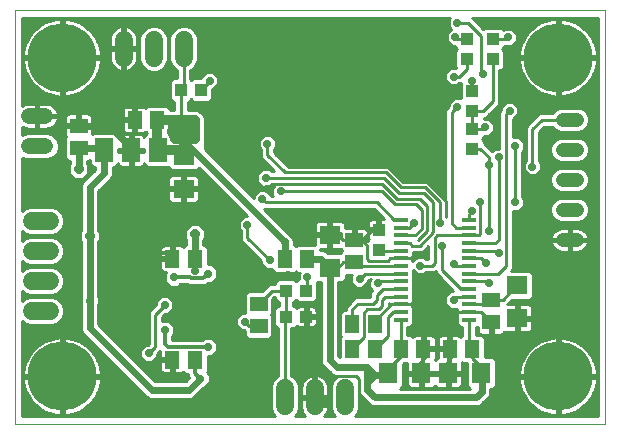
<source format=gbl>
G75*
%MOIN*%
%OFA0B0*%
%FSLAX25Y25*%
%IPPOS*%
%LPD*%
%AMOC8*
5,1,8,0,0,1.08239X$1,22.5*
%
%ADD10C,0.00000*%
%ADD11R,0.06299X0.07087*%
%ADD12R,0.07087X0.06299*%
%ADD13R,0.05118X0.05906*%
%ADD14R,0.05906X0.05118*%
%ADD15R,0.04331X0.03937*%
%ADD16R,0.03937X0.04331*%
%ADD17C,0.04800*%
%ADD18C,0.06000*%
%ADD19R,0.04724X0.01575*%
%ADD20R,0.05906X0.07874*%
%ADD21R,0.14961X0.07874*%
%ADD22C,0.05400*%
%ADD23C,0.23000*%
%ADD24C,0.01000*%
%ADD25OC8,0.02381*%
%ADD26OC8,0.02775*%
%ADD27C,0.01200*%
%ADD28OC8,0.03169*%
%ADD29C,0.02400*%
%ADD30C,0.03200*%
D10*
X0007000Y0020587D02*
X0007000Y0158383D01*
X0203850Y0158383D01*
X0203850Y0020587D01*
X0007000Y0020587D01*
D11*
X0131488Y0037462D03*
X0142512Y0037462D03*
X0151488Y0037462D03*
X0162512Y0037462D03*
D12*
X0174500Y0055701D03*
X0174500Y0066724D03*
X0112000Y0072576D03*
X0112000Y0083599D03*
X0063250Y0098826D03*
X0063250Y0109849D03*
D13*
X0054490Y0121837D03*
X0047010Y0121837D03*
X0059510Y0075587D03*
X0066990Y0075587D03*
X0097010Y0075587D03*
X0104490Y0075587D03*
X0119510Y0053712D03*
X0126990Y0053712D03*
X0126990Y0045587D03*
X0119510Y0045587D03*
X0135760Y0045587D03*
X0143240Y0045587D03*
X0152010Y0045587D03*
X0159490Y0045587D03*
X0066990Y0041837D03*
X0059510Y0041837D03*
D14*
X0088250Y0053097D03*
X0088250Y0060578D03*
X0120125Y0074347D03*
X0120125Y0081828D03*
X0165750Y0061828D03*
X0165750Y0054347D03*
X0028250Y0112472D03*
X0028250Y0119953D03*
D15*
X0097404Y0056212D03*
X0104096Y0056212D03*
X0128250Y0078491D03*
X0128250Y0085184D03*
X0159500Y0112241D03*
X0159500Y0118934D03*
X0159500Y0124741D03*
X0159500Y0131434D03*
X0157625Y0142241D03*
X0157625Y0148934D03*
X0166375Y0148934D03*
X0166375Y0142241D03*
D16*
X0104096Y0064962D03*
X0097404Y0064962D03*
X0069096Y0131837D03*
X0062404Y0131837D03*
D17*
X0189600Y0121837D02*
X0194400Y0121837D01*
X0194400Y0111837D02*
X0189600Y0111837D01*
X0189600Y0101837D02*
X0194400Y0101837D01*
X0194400Y0091837D02*
X0189600Y0091837D01*
X0189600Y0081837D02*
X0194400Y0081837D01*
D18*
X0117000Y0032337D02*
X0117000Y0026337D01*
X0107000Y0026337D02*
X0107000Y0032337D01*
X0097000Y0032337D02*
X0097000Y0026337D01*
X0018750Y0058087D02*
X0012750Y0058087D01*
X0012750Y0068087D02*
X0018750Y0068087D01*
X0018750Y0078087D02*
X0012750Y0078087D01*
X0012750Y0088087D02*
X0018750Y0088087D01*
X0043250Y0142587D02*
X0043250Y0148587D01*
X0053250Y0148587D02*
X0053250Y0142587D01*
X0063250Y0142587D02*
X0063250Y0148587D01*
D19*
X0135583Y0088471D03*
X0135583Y0085912D03*
X0135583Y0083353D03*
X0135583Y0080794D03*
X0135583Y0078235D03*
X0135583Y0075676D03*
X0135583Y0073117D03*
X0135583Y0070558D03*
X0135583Y0067999D03*
X0135583Y0065440D03*
X0135583Y0062881D03*
X0135583Y0060322D03*
X0135583Y0057763D03*
X0135583Y0055204D03*
X0158417Y0055204D03*
X0158417Y0057763D03*
X0158417Y0060322D03*
X0158417Y0062881D03*
X0158417Y0065440D03*
X0158417Y0067999D03*
X0158417Y0070558D03*
X0158417Y0073117D03*
X0158417Y0075676D03*
X0158417Y0078235D03*
X0158417Y0080794D03*
X0158417Y0083353D03*
X0158417Y0085912D03*
X0158417Y0088471D03*
D20*
X0054805Y0111739D03*
X0045750Y0111739D03*
X0036695Y0111739D03*
D21*
X0045750Y0086936D03*
D22*
X0017200Y0113087D02*
X0011800Y0113087D01*
X0011800Y0123087D02*
X0017200Y0123087D01*
D23*
X0022748Y0142635D03*
X0022748Y0036335D03*
X0188102Y0036335D03*
X0188102Y0142635D03*
D24*
X0187602Y0142406D02*
X0170240Y0142406D01*
X0170240Y0143404D02*
X0175115Y0143404D01*
X0175102Y0143273D02*
X0175102Y0143135D01*
X0187602Y0143135D01*
X0187602Y0155635D01*
X0187464Y0155635D01*
X0186193Y0155509D01*
X0184940Y0155260D01*
X0183718Y0154889D01*
X0182537Y0154401D01*
X0181411Y0153799D01*
X0180349Y0153089D01*
X0179362Y0152279D01*
X0178458Y0151375D01*
X0177648Y0150388D01*
X0176938Y0149326D01*
X0176336Y0148200D01*
X0175848Y0147019D01*
X0175477Y0145797D01*
X0175228Y0144544D01*
X0175102Y0143273D01*
X0175214Y0144403D02*
X0170240Y0144403D01*
X0170240Y0144914D02*
X0169567Y0145587D01*
X0170240Y0146261D01*
X0170240Y0146447D01*
X0172572Y0146447D01*
X0174266Y0148140D01*
X0174266Y0150535D01*
X0172572Y0152228D01*
X0170178Y0152228D01*
X0169898Y0151949D01*
X0169245Y0152602D01*
X0163505Y0152602D01*
X0163151Y0152248D01*
X0160332Y0155067D01*
X0159516Y0155883D01*
X0201350Y0155883D01*
X0201350Y0023087D01*
X0120397Y0023087D01*
X0120984Y0023675D01*
X0121700Y0025402D01*
X0121700Y0031019D01*
X0122041Y0030195D01*
X0122857Y0029379D01*
X0125357Y0026879D01*
X0126423Y0026437D01*
X0127577Y0026437D01*
X0161327Y0026437D01*
X0162393Y0026879D01*
X0163208Y0027695D01*
X0165083Y0029570D01*
X0165525Y0030636D01*
X0165525Y0032219D01*
X0166366Y0032219D01*
X0167361Y0033215D01*
X0167361Y0041710D01*
X0166366Y0042706D01*
X0163749Y0042706D01*
X0163749Y0049244D01*
X0162753Y0050240D01*
X0160617Y0050240D01*
X0160617Y0052716D01*
X0161297Y0052716D01*
X0161297Y0051591D01*
X0161399Y0051209D01*
X0161597Y0050867D01*
X0161876Y0050588D01*
X0162218Y0050390D01*
X0162600Y0050288D01*
X0165250Y0050288D01*
X0165250Y0053847D01*
X0166250Y0053847D01*
X0166250Y0050288D01*
X0168900Y0050288D01*
X0169282Y0050390D01*
X0169624Y0050588D01*
X0169903Y0050867D01*
X0170101Y0051209D01*
X0170125Y0051299D01*
X0170378Y0051153D01*
X0170759Y0051051D01*
X0174000Y0051051D01*
X0174000Y0055201D01*
X0175000Y0055201D01*
X0175000Y0056201D01*
X0174000Y0056201D01*
X0174000Y0060350D01*
X0171237Y0060350D01*
X0172762Y0061875D01*
X0178747Y0061875D01*
X0179743Y0062870D01*
X0179743Y0070578D01*
X0178747Y0071574D01*
X0172348Y0071574D01*
X0172950Y0072176D01*
X0172950Y0091447D01*
X0175072Y0091447D01*
X0176766Y0093140D01*
X0176766Y0095535D01*
X0176075Y0096225D01*
X0176075Y0111200D01*
X0176766Y0111890D01*
X0176766Y0114285D01*
X0175072Y0115978D01*
X0172950Y0115978D01*
X0172950Y0122072D01*
X0173197Y0122072D01*
X0174891Y0123765D01*
X0174891Y0126160D01*
X0173197Y0127853D01*
X0170803Y0127853D01*
X0169109Y0126160D01*
X0169109Y0125183D01*
X0168550Y0124624D01*
X0168550Y0112228D01*
X0167053Y0112228D01*
X0166199Y0111374D01*
X0163365Y0114208D01*
X0163365Y0114914D01*
X0162692Y0115587D01*
X0163365Y0116261D01*
X0163365Y0116447D01*
X0165072Y0116447D01*
X0166766Y0118140D01*
X0166766Y0120535D01*
X0165072Y0122228D01*
X0163365Y0122228D01*
X0163365Y0122541D01*
X0163940Y0122541D01*
X0165229Y0123830D01*
X0167286Y0125887D01*
X0168575Y0127176D01*
X0168575Y0138572D01*
X0169245Y0138572D01*
X0170240Y0139568D01*
X0170240Y0144914D01*
X0169753Y0145401D02*
X0175398Y0145401D01*
X0175660Y0146400D02*
X0170240Y0146400D01*
X0170971Y0148934D02*
X0166375Y0148934D01*
X0162350Y0149937D02*
X0158132Y0154155D01*
X0154550Y0154155D01*
X0152534Y0152084D02*
X0150984Y0150535D01*
X0150984Y0148140D01*
X0152678Y0146447D01*
X0153760Y0146447D01*
X0153760Y0146261D01*
X0154433Y0145587D01*
X0153760Y0144914D01*
X0153760Y0139568D01*
X0154225Y0139103D01*
X0152053Y0139103D01*
X0150359Y0137410D01*
X0150359Y0135015D01*
X0152053Y0133322D01*
X0154447Y0133322D01*
X0155138Y0134012D01*
X0155635Y0134012D01*
X0155635Y0129103D01*
X0153303Y0129103D01*
X0151609Y0127410D01*
X0151609Y0126433D01*
X0150425Y0125249D01*
X0150425Y0095899D01*
X0146075Y0100249D01*
X0144786Y0101537D01*
X0136661Y0101537D01*
X0132950Y0105249D01*
X0131661Y0106537D01*
X0097911Y0106537D01*
X0093375Y0111074D01*
X0093375Y0111975D01*
X0094066Y0112665D01*
X0094066Y0115060D01*
X0092372Y0116753D01*
X0089978Y0116753D01*
X0088284Y0115060D01*
X0088284Y0112665D01*
X0088975Y0111975D01*
X0088975Y0109251D01*
X0090264Y0107962D01*
X0093564Y0104662D01*
X0092638Y0104662D01*
X0091947Y0105353D01*
X0089553Y0105353D01*
X0087859Y0103660D01*
X0087859Y0101265D01*
X0089553Y0099572D01*
X0091947Y0099572D01*
X0092638Y0100262D01*
X0093837Y0100262D01*
X0092859Y0099285D01*
X0092859Y0096890D01*
X0093212Y0096537D01*
X0092391Y0096537D01*
X0092391Y0096785D01*
X0090697Y0098478D01*
X0088303Y0098478D01*
X0086609Y0096785D01*
X0086609Y0095704D01*
X0070300Y0112014D01*
X0070300Y0122494D01*
X0069798Y0123707D01*
X0068869Y0124635D01*
X0067656Y0125137D01*
X0064604Y0125137D01*
X0064604Y0127972D01*
X0065076Y0127972D01*
X0065750Y0128646D01*
X0066424Y0127972D01*
X0071769Y0127972D01*
X0072765Y0128968D01*
X0072765Y0132072D01*
X0073197Y0132072D01*
X0074891Y0133765D01*
X0074891Y0136160D01*
X0073197Y0137853D01*
X0070803Y0137853D01*
X0069109Y0136160D01*
X0069109Y0135703D01*
X0066424Y0135703D01*
X0065750Y0135029D01*
X0065450Y0135329D01*
X0065450Y0138411D01*
X0065912Y0138603D01*
X0067234Y0139925D01*
X0067950Y0141652D01*
X0067950Y0149522D01*
X0067234Y0151250D01*
X0065912Y0152572D01*
X0064185Y0153287D01*
X0062315Y0153287D01*
X0060588Y0152572D01*
X0059266Y0151250D01*
X0058550Y0149522D01*
X0058550Y0141652D01*
X0059266Y0139925D01*
X0060588Y0138603D01*
X0061050Y0138411D01*
X0061050Y0135703D01*
X0059731Y0135703D01*
X0058735Y0134707D01*
X0058735Y0128968D01*
X0059731Y0127972D01*
X0060204Y0127972D01*
X0060204Y0125137D01*
X0058749Y0125137D01*
X0058749Y0125494D01*
X0057753Y0126490D01*
X0051227Y0126490D01*
X0050609Y0125872D01*
X0050490Y0125990D01*
X0050148Y0126188D01*
X0049766Y0126290D01*
X0047510Y0126290D01*
X0047510Y0122337D01*
X0046510Y0122337D01*
X0046510Y0121337D01*
X0047510Y0121337D01*
X0047510Y0117385D01*
X0049766Y0117385D01*
X0050148Y0117487D01*
X0050490Y0117684D01*
X0050609Y0117803D01*
X0051092Y0117320D01*
X0050152Y0116380D01*
X0050152Y0116061D01*
X0050101Y0116255D01*
X0049903Y0116597D01*
X0049624Y0116876D01*
X0049282Y0117074D01*
X0048900Y0117176D01*
X0046250Y0117176D01*
X0046250Y0112239D01*
X0045250Y0112239D01*
X0045250Y0117176D01*
X0042600Y0117176D01*
X0042218Y0117074D01*
X0041876Y0116876D01*
X0041597Y0116597D01*
X0041399Y0116255D01*
X0041348Y0116061D01*
X0041348Y0116380D01*
X0040352Y0117376D01*
X0033038Y0117376D01*
X0032646Y0116984D01*
X0032703Y0117196D01*
X0032703Y0119453D01*
X0028750Y0119453D01*
X0028750Y0120453D01*
X0027750Y0120453D01*
X0027750Y0124012D01*
X0025100Y0124012D01*
X0024718Y0123909D01*
X0024376Y0123712D01*
X0024097Y0123433D01*
X0023899Y0123091D01*
X0023797Y0122709D01*
X0023797Y0120453D01*
X0027750Y0120453D01*
X0027750Y0119453D01*
X0023797Y0119453D01*
X0023797Y0117196D01*
X0023899Y0116815D01*
X0024097Y0116472D01*
X0024216Y0116354D01*
X0023597Y0115735D01*
X0023597Y0109209D01*
X0024593Y0108213D01*
X0025350Y0108213D01*
X0025350Y0107332D01*
X0024966Y0106948D01*
X0024966Y0104227D01*
X0026890Y0102303D01*
X0029610Y0102303D01*
X0031534Y0104227D01*
X0031534Y0106948D01*
X0031150Y0107332D01*
X0031150Y0108213D01*
X0031907Y0108213D01*
X0032042Y0108348D01*
X0032042Y0107098D01*
X0033038Y0106102D01*
X0033795Y0106102D01*
X0033795Y0105233D01*
X0029541Y0100980D01*
X0029100Y0099914D01*
X0029100Y0084832D01*
X0028716Y0084448D01*
X0028716Y0081727D01*
X0029100Y0081343D01*
X0029100Y0051886D01*
X0029541Y0050820D01*
X0050166Y0030195D01*
X0050982Y0029379D01*
X0052048Y0028937D01*
X0065702Y0028937D01*
X0066768Y0029379D01*
X0069889Y0032500D01*
X0070154Y0032500D01*
X0071962Y0034309D01*
X0071962Y0036866D01*
X0070949Y0037880D01*
X0071249Y0038180D01*
X0071249Y0043125D01*
X0072654Y0043125D01*
X0074462Y0044934D01*
X0074462Y0047491D01*
X0072654Y0049300D01*
X0070096Y0049300D01*
X0069309Y0048512D01*
X0059350Y0048512D01*
X0059350Y0049821D01*
X0060087Y0050559D01*
X0060087Y0053116D01*
X0058279Y0054925D01*
X0056075Y0054925D01*
X0056075Y0056051D01*
X0057221Y0057197D01*
X0058197Y0057197D01*
X0059891Y0058890D01*
X0059891Y0061285D01*
X0058197Y0062978D01*
X0055803Y0062978D01*
X0054109Y0061285D01*
X0054109Y0060308D01*
X0051675Y0057874D01*
X0051675Y0047124D01*
X0051429Y0046878D01*
X0050453Y0046878D01*
X0048759Y0045185D01*
X0048759Y0042790D01*
X0050453Y0041097D01*
X0052847Y0041097D01*
X0054541Y0042790D01*
X0054541Y0043767D01*
X0054786Y0044012D01*
X0055451Y0044677D01*
X0055451Y0042337D01*
X0059010Y0042337D01*
X0059010Y0041337D01*
X0060010Y0041337D01*
X0060010Y0037385D01*
X0062266Y0037385D01*
X0062648Y0037487D01*
X0062990Y0037684D01*
X0063109Y0037803D01*
X0063727Y0037185D01*
X0064690Y0037185D01*
X0064690Y0036520D01*
X0065198Y0036012D01*
X0063924Y0034737D01*
X0053826Y0034737D01*
X0034900Y0053664D01*
X0034900Y0060325D01*
X0034916Y0060340D01*
X0034916Y0062735D01*
X0034900Y0062750D01*
X0034900Y0081343D01*
X0035284Y0081727D01*
X0035284Y0084448D01*
X0034900Y0084832D01*
X0034900Y0098136D01*
X0038338Y0101574D01*
X0039153Y0102390D01*
X0039595Y0103455D01*
X0039595Y0106102D01*
X0040352Y0106102D01*
X0041348Y0107098D01*
X0041348Y0107416D01*
X0041399Y0107223D01*
X0041597Y0106881D01*
X0041876Y0106602D01*
X0042218Y0106404D01*
X0042600Y0106302D01*
X0045250Y0106302D01*
X0045250Y0111239D01*
X0041348Y0111239D01*
X0041348Y0112239D01*
X0045250Y0112239D01*
X0045250Y0111239D01*
X0046250Y0111239D01*
X0050152Y0111239D01*
X0050152Y0112239D01*
X0046250Y0112239D01*
X0046250Y0111239D01*
X0046250Y0106302D01*
X0048900Y0106302D01*
X0049282Y0106404D01*
X0049624Y0106602D01*
X0049903Y0106881D01*
X0050101Y0107223D01*
X0050152Y0107416D01*
X0050152Y0107098D01*
X0051148Y0106102D01*
X0058007Y0106102D01*
X0058007Y0105995D01*
X0059003Y0105000D01*
X0067497Y0105000D01*
X0068305Y0105807D01*
X0084383Y0089728D01*
X0083303Y0089728D01*
X0081609Y0088035D01*
X0081609Y0085640D01*
X0082300Y0084950D01*
X0082300Y0081551D01*
X0089084Y0074767D01*
X0089084Y0073790D01*
X0090778Y0072097D01*
X0092751Y0072097D01*
X0092751Y0071930D01*
X0093747Y0070935D01*
X0100273Y0070935D01*
X0100750Y0071412D01*
X0101227Y0070935D01*
X0102009Y0070935D01*
X0101609Y0070535D01*
X0101609Y0068828D01*
X0101424Y0068828D01*
X0100750Y0068154D01*
X0100076Y0068828D01*
X0094731Y0068828D01*
X0093735Y0067832D01*
X0093735Y0067162D01*
X0091724Y0067162D01*
X0089398Y0064837D01*
X0084593Y0064837D01*
X0083597Y0063841D01*
X0083597Y0057503D01*
X0082403Y0057503D01*
X0080709Y0055810D01*
X0080709Y0053415D01*
X0082403Y0051722D01*
X0083379Y0051722D01*
X0083597Y0051504D01*
X0083597Y0049834D01*
X0084593Y0048838D01*
X0091907Y0048838D01*
X0092903Y0049834D01*
X0092903Y0056360D01*
X0092426Y0056837D01*
X0092903Y0057314D01*
X0092903Y0062119D01*
X0093546Y0062762D01*
X0093735Y0062762D01*
X0093735Y0062093D01*
X0094731Y0061097D01*
X0095204Y0061097D01*
X0095204Y0059881D01*
X0094534Y0059881D01*
X0093538Y0058885D01*
X0093538Y0053540D01*
X0094534Y0052544D01*
X0094800Y0052544D01*
X0094800Y0036513D01*
X0094338Y0036322D01*
X0093016Y0035000D01*
X0092300Y0033272D01*
X0092300Y0025402D01*
X0093016Y0023675D01*
X0093603Y0023087D01*
X0009500Y0023087D01*
X0009500Y0054691D01*
X0010088Y0054103D01*
X0011815Y0053387D01*
X0019685Y0053387D01*
X0021412Y0054103D01*
X0022734Y0055425D01*
X0023450Y0057152D01*
X0023450Y0059022D01*
X0022734Y0060750D01*
X0021412Y0062072D01*
X0019685Y0062787D01*
X0011815Y0062787D01*
X0010088Y0062072D01*
X0009500Y0061484D01*
X0009500Y0064691D01*
X0010088Y0064103D01*
X0011815Y0063387D01*
X0019685Y0063387D01*
X0021412Y0064103D01*
X0022734Y0065425D01*
X0023450Y0067152D01*
X0023450Y0069022D01*
X0022734Y0070750D01*
X0021412Y0072072D01*
X0019685Y0072787D01*
X0011815Y0072787D01*
X0010088Y0072072D01*
X0009500Y0071484D01*
X0009500Y0074691D01*
X0010088Y0074103D01*
X0011815Y0073387D01*
X0019685Y0073387D01*
X0021412Y0074103D01*
X0022734Y0075425D01*
X0023450Y0077152D01*
X0023450Y0079022D01*
X0022734Y0080750D01*
X0021412Y0082072D01*
X0019685Y0082787D01*
X0011815Y0082787D01*
X0010088Y0082072D01*
X0009500Y0081484D01*
X0009500Y0084691D01*
X0010088Y0084103D01*
X0011815Y0083387D01*
X0019685Y0083387D01*
X0021412Y0084103D01*
X0022734Y0085425D01*
X0023450Y0087152D01*
X0023450Y0089022D01*
X0022734Y0090750D01*
X0021412Y0092072D01*
X0019685Y0092787D01*
X0011815Y0092787D01*
X0010088Y0092072D01*
X0009500Y0091484D01*
X0009500Y0109278D01*
X0010925Y0108687D01*
X0018075Y0108687D01*
X0019692Y0109357D01*
X0020930Y0110595D01*
X0021600Y0112212D01*
X0021600Y0113963D01*
X0020930Y0115580D01*
X0019692Y0116818D01*
X0018075Y0117487D01*
X0010925Y0117487D01*
X0009500Y0116897D01*
X0009500Y0119567D01*
X0009599Y0119495D01*
X0010188Y0119195D01*
X0010816Y0118991D01*
X0011469Y0118887D01*
X0014100Y0118887D01*
X0014100Y0122687D01*
X0014900Y0122687D01*
X0014900Y0118887D01*
X0017531Y0118887D01*
X0018184Y0118991D01*
X0018812Y0119195D01*
X0019401Y0119495D01*
X0019936Y0119884D01*
X0020404Y0120351D01*
X0020792Y0120886D01*
X0021092Y0121475D01*
X0021297Y0122104D01*
X0021389Y0122687D01*
X0014900Y0122687D01*
X0014900Y0123487D01*
X0021389Y0123487D01*
X0021297Y0124071D01*
X0021092Y0124700D01*
X0020792Y0125289D01*
X0020404Y0125824D01*
X0019936Y0126291D01*
X0019401Y0126680D01*
X0018812Y0126980D01*
X0018184Y0127184D01*
X0017531Y0127287D01*
X0014900Y0127287D01*
X0014900Y0123487D01*
X0014100Y0123487D01*
X0014100Y0127287D01*
X0011469Y0127287D01*
X0010816Y0127184D01*
X0010188Y0126980D01*
X0009599Y0126680D01*
X0009500Y0126608D01*
X0009500Y0155883D01*
X0152190Y0155883D01*
X0151659Y0155353D01*
X0151659Y0152958D01*
X0152534Y0152084D01*
X0152227Y0152391D02*
X0066093Y0152391D01*
X0067092Y0151392D02*
X0151842Y0151392D01*
X0150984Y0150394D02*
X0067589Y0150394D01*
X0067950Y0149395D02*
X0150984Y0149395D01*
X0150984Y0148397D02*
X0067950Y0148397D01*
X0067950Y0147398D02*
X0151726Y0147398D01*
X0153760Y0146400D02*
X0067950Y0146400D01*
X0067950Y0145401D02*
X0154247Y0145401D01*
X0153760Y0144403D02*
X0067950Y0144403D01*
X0067950Y0143404D02*
X0153760Y0143404D01*
X0153760Y0142406D02*
X0067950Y0142406D01*
X0067848Y0141407D02*
X0153760Y0141407D01*
X0153760Y0140409D02*
X0067435Y0140409D01*
X0066720Y0139410D02*
X0153918Y0139410D01*
X0151361Y0138412D02*
X0065451Y0138412D01*
X0065450Y0137413D02*
X0070363Y0137413D01*
X0069364Y0136415D02*
X0065450Y0136415D01*
X0065450Y0135416D02*
X0066137Y0135416D01*
X0063250Y0132684D02*
X0062404Y0131837D01*
X0062404Y0120366D01*
X0062000Y0119962D01*
X0060204Y0125431D02*
X0058749Y0125431D01*
X0057814Y0126430D02*
X0060204Y0126430D01*
X0060204Y0127428D02*
X0009500Y0127428D01*
X0009500Y0128427D02*
X0059276Y0128427D01*
X0058735Y0129425D02*
X0009500Y0129425D01*
X0009500Y0130424D02*
X0018257Y0130424D01*
X0018363Y0130380D02*
X0019585Y0130009D01*
X0020838Y0129760D01*
X0022109Y0129635D01*
X0022248Y0129635D01*
X0022248Y0142135D01*
X0009748Y0142135D01*
X0009748Y0141996D01*
X0009873Y0140725D01*
X0010122Y0139472D01*
X0010493Y0138250D01*
X0010982Y0137070D01*
X0011584Y0135943D01*
X0012294Y0134881D01*
X0013104Y0133894D01*
X0014007Y0132991D01*
X0014995Y0132180D01*
X0016057Y0131471D01*
X0017183Y0130869D01*
X0018363Y0130380D01*
X0016147Y0131422D02*
X0009500Y0131422D01*
X0009500Y0132421D02*
X0014702Y0132421D01*
X0013579Y0133419D02*
X0009500Y0133419D01*
X0009500Y0134418D02*
X0012674Y0134418D01*
X0011936Y0135416D02*
X0009500Y0135416D01*
X0009500Y0136415D02*
X0011332Y0136415D01*
X0010840Y0137413D02*
X0009500Y0137413D01*
X0009500Y0138412D02*
X0010444Y0138412D01*
X0010141Y0139410D02*
X0009500Y0139410D01*
X0009500Y0140409D02*
X0009936Y0140409D01*
X0009806Y0141407D02*
X0009500Y0141407D01*
X0009500Y0142406D02*
X0022248Y0142406D01*
X0022248Y0142135D02*
X0022248Y0143135D01*
X0022248Y0155635D01*
X0022109Y0155635D01*
X0020838Y0155509D01*
X0019585Y0155260D01*
X0018363Y0154889D01*
X0017183Y0154401D01*
X0016057Y0153799D01*
X0014995Y0153089D01*
X0014007Y0152279D01*
X0013104Y0151375D01*
X0012294Y0150388D01*
X0011584Y0149326D01*
X0010982Y0148200D01*
X0010493Y0147019D01*
X0010122Y0145797D01*
X0009873Y0144544D01*
X0009748Y0143273D01*
X0009748Y0143135D01*
X0022248Y0143135D01*
X0023248Y0143135D01*
X0023248Y0155635D01*
X0023387Y0155635D01*
X0024658Y0155509D01*
X0025911Y0155260D01*
X0027133Y0154889D01*
X0028313Y0154401D01*
X0029439Y0153799D01*
X0030501Y0153089D01*
X0031489Y0152279D01*
X0032392Y0151375D01*
X0033202Y0150388D01*
X0033912Y0149326D01*
X0034514Y0148200D01*
X0035003Y0147019D01*
X0035374Y0145797D01*
X0035623Y0144544D01*
X0035748Y0143273D01*
X0035748Y0143135D01*
X0023248Y0143135D01*
X0023248Y0142135D01*
X0035748Y0142135D01*
X0035748Y0141996D01*
X0035623Y0140725D01*
X0035374Y0139472D01*
X0035003Y0138250D01*
X0034514Y0137070D01*
X0033912Y0135943D01*
X0033202Y0134881D01*
X0032392Y0133894D01*
X0031489Y0132991D01*
X0030501Y0132180D01*
X0029439Y0131471D01*
X0028313Y0130869D01*
X0027133Y0130380D01*
X0025911Y0130009D01*
X0024658Y0129760D01*
X0023387Y0129635D01*
X0023248Y0129635D01*
X0023248Y0142135D01*
X0022248Y0142135D01*
X0022248Y0141407D02*
X0023248Y0141407D01*
X0023248Y0140409D02*
X0022248Y0140409D01*
X0022248Y0139410D02*
X0023248Y0139410D01*
X0023248Y0138412D02*
X0022248Y0138412D01*
X0022248Y0137413D02*
X0023248Y0137413D01*
X0023248Y0136415D02*
X0022248Y0136415D01*
X0022248Y0135416D02*
X0023248Y0135416D01*
X0023248Y0134418D02*
X0022248Y0134418D01*
X0022248Y0133419D02*
X0023248Y0133419D01*
X0023248Y0132421D02*
X0022248Y0132421D01*
X0022248Y0131422D02*
X0023248Y0131422D01*
X0023248Y0130424D02*
X0022248Y0130424D01*
X0019745Y0126430D02*
X0051166Y0126430D01*
X0047510Y0125431D02*
X0046510Y0125431D01*
X0046510Y0126290D02*
X0044253Y0126290D01*
X0043872Y0126188D01*
X0043530Y0125990D01*
X0043250Y0125711D01*
X0043053Y0125369D01*
X0042951Y0124988D01*
X0042951Y0122337D01*
X0046510Y0122337D01*
X0046510Y0126290D01*
X0046510Y0124433D02*
X0047510Y0124433D01*
X0047510Y0123434D02*
X0046510Y0123434D01*
X0046510Y0122436D02*
X0047510Y0122436D01*
X0046510Y0121437D02*
X0032703Y0121437D01*
X0032703Y0120453D02*
X0032703Y0122709D01*
X0032601Y0123091D01*
X0032403Y0123433D01*
X0032124Y0123712D01*
X0031782Y0123909D01*
X0031400Y0124012D01*
X0028750Y0124012D01*
X0028750Y0120453D01*
X0032703Y0120453D01*
X0032703Y0119440D02*
X0042951Y0119440D01*
X0042951Y0118687D02*
X0043053Y0118306D01*
X0043250Y0117964D01*
X0043530Y0117684D01*
X0043872Y0117487D01*
X0044253Y0117385D01*
X0046510Y0117385D01*
X0046510Y0121337D01*
X0042951Y0121337D01*
X0042951Y0118687D01*
X0043017Y0118442D02*
X0032703Y0118442D01*
X0032703Y0117443D02*
X0044036Y0117443D01*
X0045250Y0116444D02*
X0046250Y0116444D01*
X0046250Y0115446D02*
X0045250Y0115446D01*
X0045250Y0114447D02*
X0046250Y0114447D01*
X0046250Y0113449D02*
X0045250Y0113449D01*
X0045250Y0112450D02*
X0046250Y0112450D01*
X0046250Y0111452D02*
X0050152Y0111452D01*
X0046250Y0110453D02*
X0045250Y0110453D01*
X0045250Y0109455D02*
X0046250Y0109455D01*
X0046250Y0108456D02*
X0045250Y0108456D01*
X0045250Y0107458D02*
X0046250Y0107458D01*
X0046250Y0106459D02*
X0045250Y0106459D01*
X0042123Y0106459D02*
X0040709Y0106459D01*
X0039595Y0105461D02*
X0058541Y0105461D01*
X0059128Y0103373D02*
X0058786Y0103175D01*
X0058506Y0102896D01*
X0058309Y0102554D01*
X0058207Y0102173D01*
X0058207Y0099326D01*
X0062750Y0099326D01*
X0062750Y0103475D01*
X0059509Y0103475D01*
X0059128Y0103373D01*
X0059467Y0103464D02*
X0039595Y0103464D01*
X0039595Y0104462D02*
X0069649Y0104462D01*
X0070647Y0103464D02*
X0067033Y0103464D01*
X0066991Y0103475D02*
X0063750Y0103475D01*
X0063750Y0099326D01*
X0062750Y0099326D01*
X0062750Y0098326D01*
X0058207Y0098326D01*
X0058207Y0095478D01*
X0058309Y0095097D01*
X0058506Y0094755D01*
X0058786Y0094476D01*
X0059128Y0094278D01*
X0059509Y0094176D01*
X0062750Y0094176D01*
X0062750Y0098326D01*
X0063750Y0098326D01*
X0063750Y0099326D01*
X0068293Y0099326D01*
X0068293Y0102173D01*
X0068191Y0102554D01*
X0067994Y0102896D01*
X0067714Y0103175D01*
X0067372Y0103373D01*
X0066991Y0103475D01*
X0068215Y0102465D02*
X0071646Y0102465D01*
X0072644Y0101467D02*
X0068293Y0101467D01*
X0068293Y0100468D02*
X0073643Y0100468D01*
X0074641Y0099470D02*
X0068293Y0099470D01*
X0068293Y0098326D02*
X0068293Y0095478D01*
X0068191Y0095097D01*
X0067994Y0094755D01*
X0067714Y0094476D01*
X0067372Y0094278D01*
X0066991Y0094176D01*
X0063750Y0094176D01*
X0063750Y0098326D01*
X0068293Y0098326D01*
X0068293Y0097473D02*
X0076638Y0097473D01*
X0075640Y0098471D02*
X0063750Y0098471D01*
X0063750Y0097473D02*
X0062750Y0097473D01*
X0062750Y0098471D02*
X0035235Y0098471D01*
X0034900Y0097473D02*
X0058207Y0097473D01*
X0058207Y0096474D02*
X0034900Y0096474D01*
X0034900Y0095476D02*
X0058207Y0095476D01*
X0058784Y0094477D02*
X0034900Y0094477D01*
X0034900Y0093479D02*
X0080632Y0093479D01*
X0079634Y0094477D02*
X0067716Y0094477D01*
X0068293Y0095476D02*
X0078635Y0095476D01*
X0077637Y0096474D02*
X0068293Y0096474D01*
X0063750Y0096474D02*
X0062750Y0096474D01*
X0062750Y0095476D02*
X0063750Y0095476D01*
X0063750Y0094477D02*
X0062750Y0094477D01*
X0062750Y0099470D02*
X0063750Y0099470D01*
X0063750Y0100468D02*
X0062750Y0100468D01*
X0062750Y0101467D02*
X0063750Y0101467D01*
X0063750Y0102465D02*
X0062750Y0102465D01*
X0062750Y0103464D02*
X0063750Y0103464D01*
X0067959Y0105461D02*
X0068650Y0105461D01*
X0072859Y0109455D02*
X0088975Y0109455D01*
X0088975Y0110453D02*
X0071860Y0110453D01*
X0070862Y0111452D02*
X0088975Y0111452D01*
X0088499Y0112450D02*
X0070300Y0112450D01*
X0070300Y0113449D02*
X0088284Y0113449D01*
X0088284Y0114447D02*
X0070300Y0114447D01*
X0070300Y0115446D02*
X0088671Y0115446D01*
X0089669Y0116444D02*
X0070300Y0116444D01*
X0070300Y0117443D02*
X0150425Y0117443D01*
X0150425Y0118442D02*
X0070300Y0118442D01*
X0070300Y0119440D02*
X0150425Y0119440D01*
X0150425Y0120439D02*
X0070300Y0120439D01*
X0070300Y0121437D02*
X0150425Y0121437D01*
X0150425Y0122436D02*
X0070300Y0122436D01*
X0069911Y0123434D02*
X0150425Y0123434D01*
X0150425Y0124433D02*
X0069072Y0124433D01*
X0064604Y0125431D02*
X0150607Y0125431D01*
X0151606Y0126430D02*
X0064604Y0126430D01*
X0064604Y0127428D02*
X0151628Y0127428D01*
X0152626Y0128427D02*
X0072224Y0128427D01*
X0072765Y0129425D02*
X0155635Y0129425D01*
X0155635Y0130424D02*
X0072765Y0130424D01*
X0072765Y0131422D02*
X0155635Y0131422D01*
X0155635Y0132421D02*
X0073546Y0132421D01*
X0074545Y0133419D02*
X0151955Y0133419D01*
X0150957Y0134418D02*
X0074891Y0134418D01*
X0074891Y0135416D02*
X0150359Y0135416D01*
X0150359Y0136415D02*
X0074636Y0136415D01*
X0073637Y0137413D02*
X0150363Y0137413D01*
X0153250Y0136212D02*
X0155125Y0136212D01*
X0157625Y0138712D01*
X0157625Y0142241D01*
X0162350Y0137912D02*
X0162350Y0149937D01*
X0163008Y0152391D02*
X0163294Y0152391D01*
X0162009Y0153389D02*
X0180799Y0153389D01*
X0179498Y0152391D02*
X0169456Y0152391D01*
X0171375Y0149337D02*
X0170971Y0148934D01*
X0173524Y0147398D02*
X0176004Y0147398D01*
X0176442Y0148397D02*
X0174266Y0148397D01*
X0174266Y0149395D02*
X0176985Y0149395D01*
X0177653Y0150394D02*
X0174266Y0150394D01*
X0173408Y0151392D02*
X0178475Y0151392D01*
X0182514Y0154388D02*
X0161011Y0154388D01*
X0160012Y0155386D02*
X0185574Y0155386D01*
X0187602Y0155386D02*
X0188602Y0155386D01*
X0188602Y0155635D02*
X0188741Y0155635D01*
X0190012Y0155509D01*
X0191265Y0155260D01*
X0192487Y0154889D01*
X0193667Y0154401D01*
X0194794Y0153799D01*
X0195856Y0153089D01*
X0196843Y0152279D01*
X0197746Y0151375D01*
X0198557Y0150388D01*
X0199266Y0149326D01*
X0199868Y0148200D01*
X0200357Y0147019D01*
X0200728Y0145797D01*
X0200977Y0144544D01*
X0201102Y0143273D01*
X0201102Y0143135D01*
X0188602Y0143135D01*
X0187602Y0143135D01*
X0187602Y0142135D01*
X0175102Y0142135D01*
X0175102Y0141996D01*
X0175228Y0140725D01*
X0175477Y0139472D01*
X0175848Y0138250D01*
X0176336Y0137070D01*
X0176938Y0135943D01*
X0177648Y0134881D01*
X0178458Y0133894D01*
X0179362Y0132991D01*
X0180349Y0132180D01*
X0181411Y0131471D01*
X0182537Y0130869D01*
X0183718Y0130380D01*
X0184940Y0130009D01*
X0186193Y0129760D01*
X0187464Y0129635D01*
X0187602Y0129635D01*
X0187602Y0142135D01*
X0188602Y0142135D01*
X0188602Y0143135D01*
X0188602Y0155635D01*
X0188602Y0154388D02*
X0187602Y0154388D01*
X0187602Y0153389D02*
X0188602Y0153389D01*
X0188602Y0152391D02*
X0187602Y0152391D01*
X0187602Y0151392D02*
X0188602Y0151392D01*
X0188602Y0150394D02*
X0187602Y0150394D01*
X0187602Y0149395D02*
X0188602Y0149395D01*
X0188602Y0148397D02*
X0187602Y0148397D01*
X0187602Y0147398D02*
X0188602Y0147398D01*
X0188602Y0146400D02*
X0187602Y0146400D01*
X0187602Y0145401D02*
X0188602Y0145401D01*
X0188602Y0144403D02*
X0187602Y0144403D01*
X0187602Y0143404D02*
X0188602Y0143404D01*
X0188602Y0142406D02*
X0201350Y0142406D01*
X0201102Y0142135D02*
X0188602Y0142135D01*
X0188602Y0129635D01*
X0188741Y0129635D01*
X0190012Y0129760D01*
X0191265Y0130009D01*
X0192487Y0130380D01*
X0193667Y0130869D01*
X0194794Y0131471D01*
X0195856Y0132180D01*
X0196843Y0132991D01*
X0197746Y0133894D01*
X0198557Y0134881D01*
X0199266Y0135943D01*
X0199868Y0137070D01*
X0200357Y0138250D01*
X0200728Y0139472D01*
X0200977Y0140725D01*
X0201102Y0141996D01*
X0201102Y0142135D01*
X0201044Y0141407D02*
X0201350Y0141407D01*
X0201350Y0140409D02*
X0200914Y0140409D01*
X0200709Y0139410D02*
X0201350Y0139410D01*
X0201350Y0138412D02*
X0200406Y0138412D01*
X0200011Y0137413D02*
X0201350Y0137413D01*
X0201350Y0136415D02*
X0199518Y0136415D01*
X0198914Y0135416D02*
X0201350Y0135416D01*
X0201350Y0134418D02*
X0198176Y0134418D01*
X0197272Y0133419D02*
X0201350Y0133419D01*
X0201350Y0132421D02*
X0196149Y0132421D01*
X0194703Y0131422D02*
X0201350Y0131422D01*
X0201350Y0130424D02*
X0192593Y0130424D01*
X0188602Y0130424D02*
X0187602Y0130424D01*
X0187602Y0131422D02*
X0188602Y0131422D01*
X0188602Y0132421D02*
X0187602Y0132421D01*
X0187602Y0133419D02*
X0188602Y0133419D01*
X0188602Y0134418D02*
X0187602Y0134418D01*
X0187602Y0135416D02*
X0188602Y0135416D01*
X0188602Y0136415D02*
X0187602Y0136415D01*
X0187602Y0137413D02*
X0188602Y0137413D01*
X0188602Y0138412D02*
X0187602Y0138412D01*
X0187602Y0139410D02*
X0188602Y0139410D01*
X0188602Y0140409D02*
X0187602Y0140409D01*
X0187602Y0141407D02*
X0188602Y0141407D01*
X0181502Y0131422D02*
X0168575Y0131422D01*
X0168575Y0130424D02*
X0183612Y0130424D01*
X0180056Y0132421D02*
X0168575Y0132421D01*
X0168575Y0133419D02*
X0178933Y0133419D01*
X0178028Y0134418D02*
X0168575Y0134418D01*
X0168575Y0135416D02*
X0177291Y0135416D01*
X0176686Y0136415D02*
X0168575Y0136415D01*
X0168575Y0137413D02*
X0176194Y0137413D01*
X0175798Y0138412D02*
X0168575Y0138412D01*
X0170082Y0139410D02*
X0175495Y0139410D01*
X0175290Y0140409D02*
X0170240Y0140409D01*
X0170240Y0141407D02*
X0175160Y0141407D01*
X0166375Y0142241D02*
X0166375Y0128087D01*
X0163029Y0124741D01*
X0159500Y0124741D01*
X0159500Y0118934D01*
X0163471Y0118934D01*
X0163875Y0119337D01*
X0165863Y0121437D02*
X0168550Y0121437D01*
X0168550Y0120439D02*
X0166766Y0120439D01*
X0166766Y0119440D02*
X0168550Y0119440D01*
X0168550Y0118442D02*
X0166766Y0118442D01*
X0166068Y0117443D02*
X0168550Y0117443D01*
X0168550Y0116444D02*
X0163365Y0116444D01*
X0162833Y0115446D02*
X0168550Y0115446D01*
X0168550Y0114447D02*
X0163365Y0114447D01*
X0164125Y0113449D02*
X0168550Y0113449D01*
X0168550Y0112450D02*
X0165123Y0112450D01*
X0166122Y0111452D02*
X0166277Y0111452D01*
X0165125Y0109337D02*
X0162221Y0112241D01*
X0159500Y0112241D01*
X0159096Y0111837D01*
X0165125Y0109337D02*
X0165125Y0106837D01*
X0165125Y0084962D01*
X0168250Y0081837D02*
X0168250Y0109337D01*
X0173875Y0113087D02*
X0173875Y0094337D01*
X0176766Y0094477D02*
X0186442Y0094477D01*
X0186124Y0094160D02*
X0185500Y0092653D01*
X0185500Y0091022D01*
X0186124Y0089515D01*
X0187278Y0088362D01*
X0188784Y0087737D01*
X0195216Y0087737D01*
X0196722Y0088362D01*
X0197876Y0089515D01*
X0198500Y0091022D01*
X0198500Y0092653D01*
X0197876Y0094160D01*
X0196722Y0095313D01*
X0195216Y0095937D01*
X0188784Y0095937D01*
X0187278Y0095313D01*
X0186124Y0094160D01*
X0185842Y0093479D02*
X0176766Y0093479D01*
X0176106Y0092480D02*
X0185500Y0092480D01*
X0185500Y0091482D02*
X0175107Y0091482D01*
X0172950Y0090483D02*
X0185723Y0090483D01*
X0186154Y0089485D02*
X0172950Y0089485D01*
X0172950Y0088486D02*
X0187153Y0088486D01*
X0188462Y0085588D02*
X0187753Y0085294D01*
X0187114Y0084867D01*
X0186571Y0084323D01*
X0186144Y0083685D01*
X0185850Y0082975D01*
X0185700Y0082222D01*
X0185700Y0082137D01*
X0191700Y0082137D01*
X0191700Y0081537D01*
X0192300Y0081537D01*
X0192300Y0077937D01*
X0194784Y0077937D01*
X0195538Y0078087D01*
X0196247Y0078381D01*
X0196886Y0078808D01*
X0197429Y0079351D01*
X0197856Y0079990D01*
X0198150Y0080700D01*
X0198300Y0081453D01*
X0198300Y0081537D01*
X0192300Y0081537D01*
X0192300Y0082137D01*
X0198300Y0082137D01*
X0198300Y0082222D01*
X0198150Y0082975D01*
X0197856Y0083685D01*
X0197429Y0084323D01*
X0196886Y0084867D01*
X0196247Y0085294D01*
X0195538Y0085588D01*
X0194784Y0085737D01*
X0192300Y0085737D01*
X0192300Y0082137D01*
X0191700Y0082137D01*
X0191700Y0085737D01*
X0189216Y0085737D01*
X0188462Y0085588D01*
X0188229Y0085491D02*
X0172950Y0085491D01*
X0172950Y0086489D02*
X0201350Y0086489D01*
X0201350Y0085491D02*
X0195771Y0085491D01*
X0197261Y0084492D02*
X0201350Y0084492D01*
X0201350Y0083494D02*
X0197935Y0083494D01*
X0198246Y0082495D02*
X0201350Y0082495D01*
X0201350Y0081497D02*
X0198300Y0081497D01*
X0198067Y0080498D02*
X0201350Y0080498D01*
X0201350Y0079500D02*
X0197528Y0079500D01*
X0196427Y0078501D02*
X0201350Y0078501D01*
X0201350Y0077503D02*
X0172950Y0077503D01*
X0172950Y0078501D02*
X0187573Y0078501D01*
X0187753Y0078381D02*
X0188462Y0078087D01*
X0189216Y0077937D01*
X0191700Y0077937D01*
X0191700Y0081537D01*
X0185700Y0081537D01*
X0185700Y0081453D01*
X0185850Y0080700D01*
X0186144Y0079990D01*
X0186571Y0079351D01*
X0187114Y0078808D01*
X0187753Y0078381D01*
X0186472Y0079500D02*
X0172950Y0079500D01*
X0172950Y0080498D02*
X0185933Y0080498D01*
X0185700Y0081497D02*
X0172950Y0081497D01*
X0172950Y0082495D02*
X0185754Y0082495D01*
X0186065Y0083494D02*
X0172950Y0083494D01*
X0172950Y0084492D02*
X0186739Y0084492D01*
X0191700Y0084492D02*
X0192300Y0084492D01*
X0192300Y0083494D02*
X0191700Y0083494D01*
X0191700Y0082495D02*
X0192300Y0082495D01*
X0192300Y0081497D02*
X0191700Y0081497D01*
X0191700Y0080498D02*
X0192300Y0080498D01*
X0192300Y0079500D02*
X0191700Y0079500D01*
X0191700Y0078501D02*
X0192300Y0078501D01*
X0192300Y0085491D02*
X0191700Y0085491D01*
X0196847Y0088486D02*
X0201350Y0088486D01*
X0201350Y0087488D02*
X0172950Y0087488D01*
X0168250Y0081837D02*
X0167207Y0080794D01*
X0158417Y0080794D01*
X0158417Y0078235D02*
X0167477Y0078235D01*
X0168250Y0077462D01*
X0172950Y0076504D02*
X0201350Y0076504D01*
X0201350Y0075506D02*
X0172950Y0075506D01*
X0172950Y0074507D02*
X0201350Y0074507D01*
X0201350Y0073509D02*
X0172950Y0073509D01*
X0172950Y0072510D02*
X0201350Y0072510D01*
X0201350Y0071511D02*
X0178810Y0071511D01*
X0179743Y0070513D02*
X0201350Y0070513D01*
X0201350Y0069514D02*
X0179743Y0069514D01*
X0179743Y0068516D02*
X0201350Y0068516D01*
X0201350Y0067517D02*
X0179743Y0067517D01*
X0179743Y0066519D02*
X0201350Y0066519D01*
X0201350Y0065520D02*
X0179743Y0065520D01*
X0179743Y0064522D02*
X0201350Y0064522D01*
X0201350Y0063523D02*
X0179743Y0063523D01*
X0179398Y0062525D02*
X0201350Y0062525D01*
X0201350Y0061526D02*
X0172413Y0061526D01*
X0171415Y0060528D02*
X0201350Y0060528D01*
X0201350Y0059529D02*
X0179383Y0059529D01*
X0179441Y0059429D02*
X0179244Y0059771D01*
X0178964Y0060050D01*
X0178622Y0060248D01*
X0178241Y0060350D01*
X0175000Y0060350D01*
X0175000Y0056201D01*
X0179543Y0056201D01*
X0179543Y0059048D01*
X0179441Y0059429D01*
X0179543Y0058531D02*
X0201350Y0058531D01*
X0201350Y0057532D02*
X0179543Y0057532D01*
X0179543Y0056534D02*
X0201350Y0056534D01*
X0201350Y0055535D02*
X0175000Y0055535D01*
X0175000Y0055201D02*
X0179543Y0055201D01*
X0179543Y0052353D01*
X0179441Y0051972D01*
X0179244Y0051630D01*
X0178964Y0051351D01*
X0178622Y0051153D01*
X0178241Y0051051D01*
X0175000Y0051051D01*
X0175000Y0055201D01*
X0175000Y0054537D02*
X0174000Y0054537D01*
X0174000Y0053538D02*
X0175000Y0053538D01*
X0175000Y0052540D02*
X0174000Y0052540D01*
X0174000Y0051541D02*
X0175000Y0051541D01*
X0179155Y0051541D02*
X0201350Y0051541D01*
X0201350Y0050543D02*
X0169546Y0050543D01*
X0166250Y0050543D02*
X0165250Y0050543D01*
X0165250Y0051541D02*
X0166250Y0051541D01*
X0166250Y0052540D02*
X0165250Y0052540D01*
X0165250Y0053538D02*
X0166250Y0053538D01*
X0165750Y0054347D02*
X0162335Y0057763D01*
X0158417Y0057763D01*
X0158417Y0057763D01*
X0154555Y0057763D01*
X0154555Y0058630D01*
X0154355Y0058830D01*
X0154355Y0058947D01*
X0152053Y0058947D01*
X0150359Y0060640D01*
X0150359Y0063035D01*
X0152053Y0064728D01*
X0153029Y0064728D01*
X0153240Y0064939D01*
X0148589Y0069590D01*
X0148589Y0069590D01*
X0147300Y0070878D01*
X0147300Y0071326D01*
X0147011Y0071037D01*
X0144088Y0071037D01*
X0143397Y0070347D01*
X0141003Y0070347D01*
X0139645Y0071705D01*
X0139645Y0061389D01*
X0139445Y0061189D01*
X0139445Y0060322D01*
X0135583Y0060322D01*
X0135583Y0060322D01*
X0139445Y0060322D01*
X0139445Y0059454D01*
X0139645Y0059254D01*
X0139645Y0053712D01*
X0138649Y0052716D01*
X0137783Y0052716D01*
X0137783Y0050240D01*
X0139023Y0050240D01*
X0139641Y0049622D01*
X0139760Y0049740D01*
X0140102Y0049938D01*
X0140484Y0050040D01*
X0142740Y0050040D01*
X0142740Y0046087D01*
X0143740Y0046087D01*
X0147299Y0046087D01*
X0147299Y0048738D01*
X0147197Y0049119D01*
X0146999Y0049461D01*
X0146720Y0049740D01*
X0146378Y0049938D01*
X0145997Y0050040D01*
X0143740Y0050040D01*
X0143740Y0046087D01*
X0143740Y0045087D01*
X0143740Y0042506D01*
X0143012Y0042506D01*
X0143012Y0037962D01*
X0147161Y0037962D01*
X0150988Y0037962D01*
X0150988Y0036962D01*
X0151988Y0036962D01*
X0151988Y0032419D01*
X0154835Y0032419D01*
X0155217Y0032521D01*
X0155559Y0032719D01*
X0155838Y0032998D01*
X0156036Y0033340D01*
X0156138Y0033722D01*
X0156138Y0036962D01*
X0151988Y0036962D01*
X0151988Y0037962D01*
X0156138Y0037962D01*
X0156138Y0041024D01*
X0156227Y0040935D01*
X0157662Y0040935D01*
X0157662Y0033215D01*
X0158640Y0032237D01*
X0135360Y0032237D01*
X0136338Y0033215D01*
X0136338Y0040564D01*
X0136661Y0040887D01*
X0136709Y0040935D01*
X0137862Y0040935D01*
X0137862Y0037962D01*
X0142012Y0037962D01*
X0142012Y0036962D01*
X0143012Y0036962D01*
X0143012Y0032419D01*
X0145859Y0032419D01*
X0146240Y0032521D01*
X0146582Y0032719D01*
X0146862Y0032998D01*
X0147000Y0033238D01*
X0147138Y0032998D01*
X0147418Y0032719D01*
X0147760Y0032521D01*
X0148141Y0032419D01*
X0150988Y0032419D01*
X0150988Y0036962D01*
X0143012Y0036962D01*
X0143012Y0037962D01*
X0142012Y0037962D01*
X0142012Y0041135D01*
X0142740Y0041135D01*
X0142740Y0045087D01*
X0143740Y0045087D01*
X0147299Y0045087D01*
X0147299Y0042437D01*
X0147197Y0042056D01*
X0146999Y0041714D01*
X0146990Y0041704D01*
X0147000Y0041687D01*
X0147138Y0041927D01*
X0147418Y0042206D01*
X0147760Y0042403D01*
X0147951Y0042455D01*
X0147951Y0045087D01*
X0151510Y0045087D01*
X0152510Y0045087D01*
X0152510Y0042506D01*
X0151988Y0042506D01*
X0151988Y0037962D01*
X0150988Y0037962D01*
X0150988Y0041135D01*
X0151510Y0041135D01*
X0151510Y0045087D01*
X0151510Y0046087D01*
X0147951Y0046087D01*
X0147951Y0048738D01*
X0148053Y0049119D01*
X0148250Y0049461D01*
X0148530Y0049740D01*
X0148872Y0049938D01*
X0149253Y0050040D01*
X0151510Y0050040D01*
X0151510Y0046087D01*
X0152510Y0046087D01*
X0152510Y0050040D01*
X0154766Y0050040D01*
X0155148Y0049938D01*
X0155490Y0049740D01*
X0155609Y0049622D01*
X0156217Y0050231D01*
X0156217Y0052716D01*
X0155351Y0052716D01*
X0154355Y0053712D01*
X0154355Y0056695D01*
X0154555Y0056895D01*
X0154555Y0057763D01*
X0158417Y0057763D01*
X0153550Y0057763D01*
X0152000Y0056212D01*
X0152000Y0045597D01*
X0152010Y0045587D01*
X0151510Y0045550D02*
X0143740Y0045550D01*
X0143250Y0045597D02*
X0143240Y0045587D01*
X0143250Y0045597D02*
X0143250Y0058712D01*
X0141641Y0060322D01*
X0135583Y0060322D01*
X0132359Y0060322D01*
X0128250Y0056212D01*
X0128250Y0054972D01*
X0126990Y0053712D01*
X0131375Y0056212D02*
X0131375Y0049972D01*
X0126990Y0045587D01*
X0123250Y0049328D02*
X0119510Y0045587D01*
X0115251Y0045550D02*
X0114900Y0045550D01*
X0114900Y0044552D02*
X0115251Y0044552D01*
X0115251Y0043553D02*
X0114900Y0043553D01*
X0114900Y0043039D02*
X0114900Y0067726D01*
X0116247Y0067726D01*
X0117243Y0068722D01*
X0117243Y0070088D01*
X0119288Y0070088D01*
X0119109Y0069910D01*
X0119109Y0067515D01*
X0120803Y0065822D01*
X0123197Y0065822D01*
X0124891Y0067515D01*
X0124891Y0068358D01*
X0125059Y0068358D01*
X0125059Y0066265D01*
X0126225Y0065099D01*
X0125425Y0064299D01*
X0125425Y0062787D01*
X0120464Y0062787D01*
X0118589Y0060912D01*
X0118589Y0060912D01*
X0117300Y0059624D01*
X0117300Y0058365D01*
X0116247Y0058365D01*
X0115251Y0057369D01*
X0115251Y0050055D01*
X0115656Y0049650D01*
X0115251Y0049244D01*
X0115251Y0042688D01*
X0114900Y0043039D01*
X0114900Y0046549D02*
X0115251Y0046549D01*
X0115251Y0047547D02*
X0114900Y0047547D01*
X0114900Y0048546D02*
X0115251Y0048546D01*
X0115551Y0049544D02*
X0114900Y0049544D01*
X0114900Y0050543D02*
X0115251Y0050543D01*
X0115251Y0051541D02*
X0114900Y0051541D01*
X0114900Y0052540D02*
X0115251Y0052540D01*
X0115251Y0053538D02*
X0114900Y0053538D01*
X0114900Y0054537D02*
X0115251Y0054537D01*
X0115251Y0055535D02*
X0114900Y0055535D01*
X0114900Y0056534D02*
X0115251Y0056534D01*
X0115414Y0057532D02*
X0114900Y0057532D01*
X0114900Y0058531D02*
X0117300Y0058531D01*
X0117300Y0059529D02*
X0114900Y0059529D01*
X0114900Y0060528D02*
X0118204Y0060528D01*
X0119203Y0061526D02*
X0114900Y0061526D01*
X0114900Y0062525D02*
X0120201Y0062525D01*
X0121375Y0060587D02*
X0119500Y0058712D01*
X0119500Y0053722D01*
X0119510Y0053712D01*
X0123250Y0057462D02*
X0123250Y0049328D01*
X0131375Y0056212D02*
X0132925Y0057763D01*
X0135583Y0057763D01*
X0135583Y0060322D02*
X0131720Y0060322D01*
X0135583Y0060322D01*
X0135583Y0060322D01*
X0135583Y0062881D02*
X0130543Y0062881D01*
X0129500Y0061837D01*
X0129500Y0059962D01*
X0128250Y0058712D01*
X0124500Y0058712D01*
X0123250Y0057462D01*
X0121375Y0060587D02*
X0126375Y0060587D01*
X0127625Y0061837D01*
X0127625Y0063387D01*
X0129677Y0065440D01*
X0135583Y0065440D01*
X0135583Y0067999D02*
X0128486Y0067999D01*
X0127950Y0067462D01*
X0125804Y0065520D02*
X0114900Y0065520D01*
X0115225Y0065762D02*
X0122700Y0065762D01*
X0125625Y0068687D01*
X0125059Y0067517D02*
X0124891Y0067517D01*
X0125059Y0066519D02*
X0123894Y0066519D01*
X0125648Y0064522D02*
X0114900Y0064522D01*
X0114900Y0063523D02*
X0125425Y0063523D01*
X0120106Y0066519D02*
X0114900Y0066519D01*
X0114900Y0067517D02*
X0119109Y0067517D01*
X0119109Y0068516D02*
X0117037Y0068516D01*
X0117243Y0069514D02*
X0119109Y0069514D01*
X0121355Y0073117D02*
X0120125Y0074347D01*
X0120135Y0074337D01*
X0120125Y0074347D02*
X0120115Y0074337D01*
X0116375Y0074337D01*
X0114613Y0072576D01*
X0112000Y0072576D01*
X0109100Y0067726D02*
X0109100Y0041261D01*
X0109541Y0040195D01*
X0112041Y0037695D01*
X0112857Y0036879D01*
X0113923Y0036437D01*
X0114617Y0036437D01*
X0114338Y0036322D01*
X0113016Y0035000D01*
X0112300Y0033272D01*
X0112300Y0025402D01*
X0113016Y0023675D01*
X0113603Y0023087D01*
X0110114Y0023087D01*
X0110432Y0023406D01*
X0110849Y0023979D01*
X0111170Y0024610D01*
X0111389Y0025284D01*
X0111500Y0025983D01*
X0111500Y0028837D01*
X0107500Y0028837D01*
X0107500Y0029837D01*
X0111500Y0029837D01*
X0111500Y0032692D01*
X0111389Y0033391D01*
X0111170Y0034065D01*
X0110849Y0034696D01*
X0110432Y0035269D01*
X0109932Y0035770D01*
X0109359Y0036186D01*
X0108727Y0036508D01*
X0108054Y0036727D01*
X0107500Y0036814D01*
X0107500Y0029837D01*
X0106500Y0029837D01*
X0106500Y0028837D01*
X0102500Y0028837D01*
X0102500Y0025983D01*
X0102611Y0025284D01*
X0102830Y0024610D01*
X0103151Y0023979D01*
X0103568Y0023406D01*
X0103886Y0023087D01*
X0100397Y0023087D01*
X0100984Y0023675D01*
X0101700Y0025402D01*
X0101700Y0033272D01*
X0100984Y0035000D01*
X0099662Y0036322D01*
X0099200Y0036513D01*
X0099200Y0052544D01*
X0100273Y0052544D01*
X0100891Y0053162D01*
X0101010Y0053044D01*
X0101352Y0052846D01*
X0101734Y0052744D01*
X0103612Y0052744D01*
X0103612Y0055728D01*
X0104581Y0055728D01*
X0104581Y0056697D01*
X0103612Y0056697D01*
X0103612Y0059681D01*
X0101734Y0059681D01*
X0101352Y0059579D01*
X0101010Y0059381D01*
X0100891Y0059263D01*
X0100273Y0059881D01*
X0099604Y0059881D01*
X0099604Y0061097D01*
X0100076Y0061097D01*
X0100750Y0061771D01*
X0101424Y0061097D01*
X0106769Y0061097D01*
X0107765Y0062093D01*
X0107765Y0067726D01*
X0109100Y0067726D01*
X0109100Y0067517D02*
X0107765Y0067517D01*
X0107765Y0066519D02*
X0109100Y0066519D01*
X0109100Y0065520D02*
X0107765Y0065520D01*
X0107765Y0064522D02*
X0109100Y0064522D01*
X0109100Y0063523D02*
X0107765Y0063523D01*
X0107765Y0062525D02*
X0109100Y0062525D01*
X0109100Y0061526D02*
X0107198Y0061526D01*
X0106841Y0059579D02*
X0106459Y0059681D01*
X0104581Y0059681D01*
X0104581Y0056697D01*
X0107762Y0056697D01*
X0107762Y0058378D01*
X0107660Y0058760D01*
X0107462Y0059102D01*
X0107183Y0059381D01*
X0106841Y0059579D01*
X0106926Y0059529D02*
X0109100Y0059529D01*
X0109100Y0058531D02*
X0107721Y0058531D01*
X0107762Y0057532D02*
X0109100Y0057532D01*
X0109100Y0056534D02*
X0104581Y0056534D01*
X0104581Y0055728D02*
X0107762Y0055728D01*
X0107762Y0054046D01*
X0107660Y0053665D01*
X0107462Y0053323D01*
X0107183Y0053044D01*
X0106841Y0052846D01*
X0106459Y0052744D01*
X0104581Y0052744D01*
X0104581Y0055728D01*
X0104581Y0055535D02*
X0103612Y0055535D01*
X0103612Y0054537D02*
X0104581Y0054537D01*
X0104581Y0053538D02*
X0103612Y0053538D01*
X0107586Y0053538D02*
X0109100Y0053538D01*
X0109100Y0052540D02*
X0099200Y0052540D01*
X0099200Y0051541D02*
X0109100Y0051541D01*
X0109100Y0050543D02*
X0099200Y0050543D01*
X0099200Y0049544D02*
X0109100Y0049544D01*
X0109100Y0048546D02*
X0099200Y0048546D01*
X0099200Y0047547D02*
X0109100Y0047547D01*
X0109100Y0046549D02*
X0099200Y0046549D01*
X0099200Y0045550D02*
X0109100Y0045550D01*
X0109100Y0044552D02*
X0099200Y0044552D01*
X0099200Y0043553D02*
X0109100Y0043553D01*
X0109100Y0042555D02*
X0099200Y0042555D01*
X0099200Y0041556D02*
X0109100Y0041556D01*
X0109391Y0040558D02*
X0099200Y0040558D01*
X0099200Y0039559D02*
X0110177Y0039559D01*
X0111176Y0038561D02*
X0099200Y0038561D01*
X0099200Y0037562D02*
X0112174Y0037562D01*
X0113619Y0036564D02*
X0108555Y0036564D01*
X0107500Y0036564D02*
X0106500Y0036564D01*
X0106500Y0036814D02*
X0105946Y0036727D01*
X0105273Y0036508D01*
X0104641Y0036186D01*
X0104068Y0035770D01*
X0103568Y0035269D01*
X0103151Y0034696D01*
X0102830Y0034065D01*
X0102611Y0033391D01*
X0102500Y0032692D01*
X0102500Y0029837D01*
X0106500Y0029837D01*
X0106500Y0036814D01*
X0105445Y0036564D02*
X0099200Y0036564D01*
X0100419Y0035565D02*
X0103864Y0035565D01*
X0103085Y0034567D02*
X0101164Y0034567D01*
X0101577Y0033568D02*
X0102668Y0033568D01*
X0102500Y0032570D02*
X0101700Y0032570D01*
X0101700Y0031571D02*
X0102500Y0031571D01*
X0102500Y0030573D02*
X0101700Y0030573D01*
X0101700Y0029574D02*
X0106500Y0029574D01*
X0106500Y0030573D02*
X0107500Y0030573D01*
X0107500Y0031571D02*
X0106500Y0031571D01*
X0106500Y0032570D02*
X0107500Y0032570D01*
X0107500Y0033568D02*
X0106500Y0033568D01*
X0106500Y0034567D02*
X0107500Y0034567D01*
X0107500Y0035565D02*
X0106500Y0035565D01*
X0110136Y0035565D02*
X0113581Y0035565D01*
X0114250Y0036512D02*
X0120750Y0036512D01*
X0121725Y0035537D01*
X0121725Y0030337D01*
X0121700Y0030573D02*
X0121885Y0030573D01*
X0121700Y0029574D02*
X0122662Y0029574D01*
X0121700Y0028575D02*
X0123661Y0028575D01*
X0124659Y0027577D02*
X0121700Y0027577D01*
X0121700Y0026578D02*
X0126083Y0026578D01*
X0121700Y0025580D02*
X0180800Y0025580D01*
X0180349Y0025881D02*
X0181411Y0025172D01*
X0182537Y0024569D01*
X0183718Y0024081D01*
X0184940Y0023710D01*
X0186193Y0023461D01*
X0187464Y0023335D01*
X0187602Y0023335D01*
X0187602Y0035835D01*
X0188602Y0035835D01*
X0188602Y0023335D01*
X0188741Y0023335D01*
X0190012Y0023461D01*
X0191265Y0023710D01*
X0192487Y0024081D01*
X0193667Y0024569D01*
X0194794Y0025172D01*
X0195856Y0025881D01*
X0196843Y0026691D01*
X0197746Y0027595D01*
X0198557Y0028582D01*
X0199266Y0029644D01*
X0199868Y0030771D01*
X0200357Y0031951D01*
X0200728Y0033173D01*
X0200977Y0034426D01*
X0201102Y0035697D01*
X0201102Y0035835D01*
X0188602Y0035835D01*
X0188602Y0036835D01*
X0201102Y0036835D01*
X0201102Y0036974D01*
X0200977Y0038245D01*
X0200728Y0039498D01*
X0200357Y0040720D01*
X0199868Y0041900D01*
X0199266Y0043027D01*
X0198557Y0044089D01*
X0197746Y0045076D01*
X0196843Y0045979D01*
X0195856Y0046790D01*
X0194794Y0047499D01*
X0193667Y0048101D01*
X0192487Y0048590D01*
X0191265Y0048961D01*
X0190012Y0049210D01*
X0188741Y0049335D01*
X0188602Y0049335D01*
X0188602Y0036835D01*
X0187602Y0036835D01*
X0187602Y0035835D01*
X0175102Y0035835D01*
X0175102Y0035697D01*
X0175228Y0034426D01*
X0175477Y0033173D01*
X0175848Y0031951D01*
X0176336Y0030771D01*
X0176938Y0029644D01*
X0177648Y0028582D01*
X0178458Y0027595D01*
X0179362Y0026691D01*
X0180349Y0025881D01*
X0179499Y0026578D02*
X0161667Y0026578D01*
X0163091Y0027577D02*
X0178476Y0027577D01*
X0177653Y0028575D02*
X0164089Y0028575D01*
X0165085Y0029574D02*
X0176985Y0029574D01*
X0176442Y0030573D02*
X0165499Y0030573D01*
X0165525Y0031571D02*
X0176005Y0031571D01*
X0175660Y0032570D02*
X0166716Y0032570D01*
X0167361Y0033568D02*
X0175398Y0033568D01*
X0175214Y0034567D02*
X0167361Y0034567D01*
X0167361Y0035565D02*
X0175115Y0035565D01*
X0175102Y0036835D02*
X0187602Y0036835D01*
X0187602Y0049335D01*
X0187464Y0049335D01*
X0186193Y0049210D01*
X0184940Y0048961D01*
X0183718Y0048590D01*
X0182537Y0048101D01*
X0181411Y0047499D01*
X0180349Y0046790D01*
X0179362Y0045979D01*
X0178458Y0045076D01*
X0177648Y0044089D01*
X0176938Y0043027D01*
X0176336Y0041900D01*
X0175848Y0040720D01*
X0175477Y0039498D01*
X0175228Y0038245D01*
X0175102Y0036974D01*
X0175102Y0036835D01*
X0175160Y0037562D02*
X0167361Y0037562D01*
X0167361Y0036564D02*
X0187602Y0036564D01*
X0187602Y0037562D02*
X0188602Y0037562D01*
X0188602Y0036564D02*
X0201350Y0036564D01*
X0201350Y0037562D02*
X0201044Y0037562D01*
X0200914Y0038561D02*
X0201350Y0038561D01*
X0201350Y0039559D02*
X0200709Y0039559D01*
X0200407Y0040558D02*
X0201350Y0040558D01*
X0201350Y0041556D02*
X0200011Y0041556D01*
X0199519Y0042555D02*
X0201350Y0042555D01*
X0201350Y0043553D02*
X0198915Y0043553D01*
X0198177Y0044552D02*
X0201350Y0044552D01*
X0201350Y0045550D02*
X0197272Y0045550D01*
X0196149Y0046549D02*
X0201350Y0046549D01*
X0201350Y0047547D02*
X0194704Y0047547D01*
X0192595Y0048546D02*
X0201350Y0048546D01*
X0201350Y0049544D02*
X0163449Y0049544D01*
X0163749Y0048546D02*
X0183610Y0048546D01*
X0181501Y0047547D02*
X0163749Y0047547D01*
X0163749Y0046549D02*
X0180055Y0046549D01*
X0178932Y0045550D02*
X0163749Y0045550D01*
X0163749Y0044552D02*
X0178028Y0044552D01*
X0177290Y0043553D02*
X0163749Y0043553D01*
X0166517Y0042555D02*
X0176686Y0042555D01*
X0176194Y0041556D02*
X0167361Y0041556D01*
X0167361Y0040558D02*
X0175798Y0040558D01*
X0175495Y0039559D02*
X0167361Y0039559D01*
X0167361Y0038561D02*
X0175290Y0038561D01*
X0187602Y0038561D02*
X0188602Y0038561D01*
X0188602Y0039559D02*
X0187602Y0039559D01*
X0187602Y0040558D02*
X0188602Y0040558D01*
X0188602Y0041556D02*
X0187602Y0041556D01*
X0187602Y0042555D02*
X0188602Y0042555D01*
X0188602Y0043553D02*
X0187602Y0043553D01*
X0187602Y0044552D02*
X0188602Y0044552D01*
X0188602Y0045550D02*
X0187602Y0045550D01*
X0187602Y0046549D02*
X0188602Y0046549D01*
X0188602Y0047547D02*
X0187602Y0047547D01*
X0187602Y0048546D02*
X0188602Y0048546D01*
X0179543Y0052540D02*
X0201350Y0052540D01*
X0201350Y0053538D02*
X0179543Y0053538D01*
X0179543Y0054537D02*
X0201350Y0054537D01*
X0201350Y0035565D02*
X0201089Y0035565D01*
X0200991Y0034567D02*
X0201350Y0034567D01*
X0201350Y0033568D02*
X0200807Y0033568D01*
X0200545Y0032570D02*
X0201350Y0032570D01*
X0201350Y0031571D02*
X0200200Y0031571D01*
X0199763Y0030573D02*
X0201350Y0030573D01*
X0201350Y0029574D02*
X0199219Y0029574D01*
X0198551Y0028575D02*
X0201350Y0028575D01*
X0201350Y0027577D02*
X0197729Y0027577D01*
X0196705Y0026578D02*
X0201350Y0026578D01*
X0201350Y0025580D02*
X0195405Y0025580D01*
X0193690Y0024581D02*
X0201350Y0024581D01*
X0201350Y0023583D02*
X0190627Y0023583D01*
X0188602Y0023583D02*
X0187602Y0023583D01*
X0187602Y0024581D02*
X0188602Y0024581D01*
X0188602Y0025580D02*
X0187602Y0025580D01*
X0187602Y0026578D02*
X0188602Y0026578D01*
X0188602Y0027577D02*
X0187602Y0027577D01*
X0187602Y0028575D02*
X0188602Y0028575D01*
X0188602Y0029574D02*
X0187602Y0029574D01*
X0187602Y0030573D02*
X0188602Y0030573D01*
X0188602Y0031571D02*
X0187602Y0031571D01*
X0187602Y0032570D02*
X0188602Y0032570D01*
X0188602Y0033568D02*
X0187602Y0033568D01*
X0187602Y0034567D02*
X0188602Y0034567D01*
X0188602Y0035565D02*
X0187602Y0035565D01*
X0182515Y0024581D02*
X0121360Y0024581D01*
X0120892Y0023583D02*
X0185578Y0023583D01*
X0162512Y0037462D02*
X0162512Y0039451D01*
X0159500Y0042462D01*
X0159500Y0046828D01*
X0159490Y0045587D01*
X0158417Y0047910D01*
X0158417Y0055204D01*
X0156217Y0052540D02*
X0137783Y0052540D01*
X0137783Y0051541D02*
X0156217Y0051541D01*
X0156217Y0050543D02*
X0137783Y0050543D01*
X0139471Y0053538D02*
X0154529Y0053538D01*
X0154355Y0054537D02*
X0139645Y0054537D01*
X0139645Y0055535D02*
X0154355Y0055535D01*
X0154355Y0056534D02*
X0139645Y0056534D01*
X0139645Y0057532D02*
X0154555Y0057532D01*
X0154555Y0058531D02*
X0139645Y0058531D01*
X0139445Y0059529D02*
X0151470Y0059529D01*
X0150472Y0060528D02*
X0139445Y0060528D01*
X0139645Y0061526D02*
X0150359Y0061526D01*
X0150359Y0062525D02*
X0139645Y0062525D01*
X0139645Y0063523D02*
X0150848Y0063523D01*
X0151847Y0064522D02*
X0139645Y0064522D01*
X0139645Y0065520D02*
X0152658Y0065520D01*
X0151660Y0066519D02*
X0139645Y0066519D01*
X0139645Y0067517D02*
X0150661Y0067517D01*
X0149663Y0068516D02*
X0139645Y0068516D01*
X0139645Y0069514D02*
X0148664Y0069514D01*
X0147666Y0070513D02*
X0143563Y0070513D01*
X0140837Y0070513D02*
X0139645Y0070513D01*
X0139645Y0071511D02*
X0139838Y0071511D01*
X0142200Y0073237D02*
X0146100Y0073237D01*
X0147000Y0074137D01*
X0147000Y0082462D01*
X0147891Y0083353D01*
X0158417Y0083353D01*
X0161641Y0083353D01*
X0162000Y0083712D01*
X0162000Y0094337D01*
X0159550Y0091412D02*
X0158417Y0090280D01*
X0158417Y0088471D01*
X0158417Y0085912D02*
X0154175Y0085912D01*
X0152625Y0087462D01*
X0152625Y0124337D01*
X0154500Y0126212D01*
X0159500Y0131434D02*
X0159500Y0134962D01*
X0162350Y0137912D02*
X0163000Y0137262D01*
X0155635Y0133419D02*
X0154545Y0133419D01*
X0164833Y0123434D02*
X0168550Y0123434D01*
X0168550Y0122436D02*
X0163365Y0122436D01*
X0165229Y0123830D02*
X0165229Y0123830D01*
X0165831Y0124433D02*
X0168550Y0124433D01*
X0169109Y0125431D02*
X0166830Y0125431D01*
X0167828Y0126430D02*
X0169379Y0126430D01*
X0168575Y0127428D02*
X0170378Y0127428D01*
X0168575Y0128427D02*
X0201350Y0128427D01*
X0201350Y0129425D02*
X0168575Y0129425D01*
X0172000Y0124962D02*
X0170750Y0123712D01*
X0170750Y0073237D01*
X0168070Y0070558D01*
X0158417Y0070558D01*
X0158417Y0073117D02*
X0153845Y0073117D01*
X0153250Y0073712D01*
X0149500Y0071790D02*
X0155850Y0065440D01*
X0158417Y0065440D01*
X0158417Y0067999D02*
X0164589Y0067999D01*
X0165125Y0067462D01*
X0170750Y0073087D02*
X0170750Y0073237D01*
X0163975Y0074212D02*
X0162511Y0075676D01*
X0158417Y0075676D01*
X0149500Y0071790D02*
X0149500Y0079837D01*
X0144800Y0079651D02*
X0144800Y0075437D01*
X0144088Y0075437D01*
X0143397Y0076128D01*
X0141003Y0076128D01*
X0139564Y0074689D01*
X0139445Y0074808D01*
X0139445Y0075676D01*
X0139445Y0076543D01*
X0139645Y0076743D01*
X0139645Y0077762D01*
X0142911Y0077762D01*
X0144800Y0079651D01*
X0144800Y0079500D02*
X0144648Y0079500D01*
X0144800Y0078501D02*
X0143650Y0078501D01*
X0144800Y0077503D02*
X0139645Y0077503D01*
X0139445Y0076504D02*
X0144800Y0076504D01*
X0144800Y0075506D02*
X0144020Y0075506D01*
X0140380Y0075506D02*
X0139445Y0075506D01*
X0139445Y0075676D02*
X0135583Y0075676D01*
X0139445Y0075676D01*
X0135583Y0075676D02*
X0135583Y0075676D01*
X0132089Y0075676D01*
X0131375Y0074962D01*
X0125125Y0074962D01*
X0124500Y0075587D01*
X0124500Y0079943D01*
X0122615Y0081828D01*
X0125750Y0084962D01*
X0128029Y0084962D01*
X0128250Y0085184D01*
X0127766Y0085491D02*
X0124095Y0085491D01*
X0123999Y0085587D02*
X0123657Y0085784D01*
X0123275Y0085887D01*
X0120625Y0085887D01*
X0120625Y0082328D01*
X0119625Y0082328D01*
X0119625Y0085887D01*
X0117043Y0085887D01*
X0117043Y0086946D01*
X0116941Y0087328D01*
X0116744Y0087670D01*
X0116464Y0087949D01*
X0116122Y0088147D01*
X0115741Y0088249D01*
X0112500Y0088249D01*
X0112500Y0084099D01*
X0115672Y0084099D01*
X0115672Y0083099D01*
X0112500Y0083099D01*
X0112500Y0078950D01*
X0115705Y0078950D01*
X0115774Y0078690D01*
X0115972Y0078347D01*
X0116091Y0078229D01*
X0115472Y0077610D01*
X0115472Y0077425D01*
X0111252Y0077425D01*
X0110631Y0078046D01*
X0109565Y0078487D01*
X0108749Y0078487D01*
X0108749Y0078950D01*
X0111500Y0078950D01*
X0111500Y0083099D01*
X0112500Y0083099D01*
X0112500Y0084099D01*
X0111500Y0084099D01*
X0111500Y0083099D01*
X0106957Y0083099D01*
X0106957Y0080252D01*
X0106960Y0080240D01*
X0101227Y0080240D01*
X0100750Y0079763D01*
X0100273Y0080240D01*
X0099910Y0080240D01*
X0099910Y0081779D01*
X0099900Y0081802D01*
X0099900Y0082400D01*
X0099478Y0082822D01*
X0099468Y0082845D01*
X0090176Y0092137D01*
X0126714Y0092137D01*
X0130199Y0088652D01*
X0128734Y0088652D01*
X0128734Y0085668D01*
X0127766Y0085668D01*
X0127766Y0088652D01*
X0125887Y0088652D01*
X0125506Y0088550D01*
X0125164Y0088353D01*
X0124884Y0088073D01*
X0124687Y0087731D01*
X0124585Y0087350D01*
X0124585Y0085668D01*
X0127766Y0085668D01*
X0127766Y0084700D01*
X0124585Y0084700D01*
X0124585Y0083018D01*
X0124687Y0082636D01*
X0124884Y0082294D01*
X0125164Y0082015D01*
X0125210Y0081989D01*
X0124549Y0081328D01*
X0120625Y0081328D01*
X0120625Y0082328D01*
X0124578Y0082328D01*
X0124578Y0084584D01*
X0124476Y0084966D01*
X0124278Y0085308D01*
X0123999Y0085587D01*
X0124585Y0086489D02*
X0117043Y0086489D01*
X0116849Y0087488D02*
X0124622Y0087488D01*
X0125395Y0088486D02*
X0093827Y0088486D01*
X0092829Y0089485D02*
X0129366Y0089485D01*
X0128734Y0088486D02*
X0127766Y0088486D01*
X0127766Y0087488D02*
X0128734Y0087488D01*
X0128734Y0086489D02*
X0127766Y0086489D01*
X0124585Y0084492D02*
X0124578Y0084492D01*
X0124578Y0083494D02*
X0124585Y0083494D01*
X0124578Y0082495D02*
X0124768Y0082495D01*
X0124718Y0081497D02*
X0120625Y0081497D01*
X0120125Y0081828D02*
X0122615Y0081828D01*
X0120625Y0082495D02*
X0119625Y0082495D01*
X0120115Y0081837D02*
X0120125Y0081828D01*
X0120115Y0081837D02*
X0116375Y0081837D01*
X0114613Y0083599D01*
X0112000Y0083599D01*
X0112500Y0083494D02*
X0115672Y0083494D01*
X0112500Y0084492D02*
X0111500Y0084492D01*
X0111500Y0084099D02*
X0111500Y0088249D01*
X0108259Y0088249D01*
X0107878Y0088147D01*
X0107536Y0087949D01*
X0107256Y0087670D01*
X0107059Y0087328D01*
X0106957Y0086946D01*
X0106957Y0084099D01*
X0111500Y0084099D01*
X0111500Y0083494D02*
X0098820Y0083494D01*
X0099805Y0082495D02*
X0106957Y0082495D01*
X0106957Y0081497D02*
X0099910Y0081497D01*
X0099910Y0080498D02*
X0106957Y0080498D01*
X0108749Y0078501D02*
X0115883Y0078501D01*
X0115472Y0077503D02*
X0111174Y0077503D01*
X0111500Y0079500D02*
X0112500Y0079500D01*
X0112500Y0080498D02*
X0111500Y0080498D01*
X0111500Y0081497D02*
X0112500Y0081497D01*
X0112500Y0082495D02*
X0111500Y0082495D01*
X0111500Y0085491D02*
X0112500Y0085491D01*
X0112500Y0086489D02*
X0111500Y0086489D01*
X0111500Y0087488D02*
X0112500Y0087488D01*
X0107151Y0087488D02*
X0094826Y0087488D01*
X0095824Y0086489D02*
X0106957Y0086489D01*
X0106957Y0085491D02*
X0096823Y0085491D01*
X0097821Y0084492D02*
X0106957Y0084492D01*
X0093170Y0071511D02*
X0074462Y0071511D01*
X0074462Y0071866D02*
X0072654Y0073675D01*
X0071249Y0073675D01*
X0071249Y0079244D01*
X0070253Y0080240D01*
X0069890Y0080240D01*
X0069890Y0081958D01*
X0070284Y0082352D01*
X0070284Y0085073D01*
X0068360Y0086997D01*
X0065640Y0086997D01*
X0063716Y0085073D01*
X0063716Y0082352D01*
X0064090Y0081978D01*
X0064090Y0080240D01*
X0063727Y0080240D01*
X0063109Y0079622D01*
X0062990Y0079740D01*
X0062648Y0079938D01*
X0062266Y0080040D01*
X0060010Y0080040D01*
X0060010Y0076087D01*
X0059010Y0076087D01*
X0059010Y0075087D01*
X0055451Y0075087D01*
X0055451Y0072437D01*
X0055553Y0072056D01*
X0055750Y0071714D01*
X0056030Y0071434D01*
X0056372Y0071237D01*
X0056753Y0071135D01*
X0057556Y0071135D01*
X0057038Y0070616D01*
X0057038Y0068059D01*
X0058846Y0066250D01*
X0061404Y0066250D01*
X0062191Y0067037D01*
X0064547Y0067037D01*
X0064872Y0066712D01*
X0066778Y0066712D01*
X0070753Y0066712D01*
X0071540Y0067500D01*
X0072654Y0067500D01*
X0074462Y0069309D01*
X0074462Y0071866D01*
X0073819Y0072510D02*
X0090365Y0072510D01*
X0089366Y0073509D02*
X0072820Y0073509D01*
X0071249Y0074507D02*
X0089084Y0074507D01*
X0088346Y0075506D02*
X0071249Y0075506D01*
X0071249Y0076504D02*
X0087347Y0076504D01*
X0086349Y0077503D02*
X0071249Y0077503D01*
X0071249Y0078501D02*
X0085350Y0078501D01*
X0084352Y0079500D02*
X0070994Y0079500D01*
X0069890Y0080498D02*
X0083353Y0080498D01*
X0082355Y0081497D02*
X0069890Y0081497D01*
X0070284Y0082495D02*
X0082300Y0082495D01*
X0082300Y0083494D02*
X0070284Y0083494D01*
X0070284Y0084492D02*
X0082300Y0084492D01*
X0081759Y0085491D02*
X0069866Y0085491D01*
X0068868Y0086489D02*
X0081609Y0086489D01*
X0081609Y0087488D02*
X0054730Y0087488D01*
X0054775Y0087488D02*
X0036250Y0087488D01*
X0036770Y0087488D02*
X0034900Y0087488D01*
X0034900Y0088486D02*
X0036770Y0088486D01*
X0036250Y0088486D02*
X0054775Y0088486D01*
X0054730Y0088486D02*
X0082061Y0088486D01*
X0083059Y0089485D02*
X0054730Y0089485D01*
X0054775Y0089485D02*
X0036250Y0089485D01*
X0036770Y0089485D02*
X0034900Y0089485D01*
X0034900Y0090483D02*
X0036770Y0090483D01*
X0036250Y0090483D02*
X0054775Y0090483D01*
X0054730Y0090483D02*
X0083628Y0090483D01*
X0082629Y0091482D02*
X0054611Y0091482D01*
X0054628Y0091452D02*
X0054431Y0091794D01*
X0054151Y0092073D01*
X0053809Y0092271D01*
X0053428Y0092373D01*
X0046250Y0092373D01*
X0046250Y0087436D01*
X0045250Y0087436D01*
X0045250Y0092373D01*
X0038072Y0092373D01*
X0037691Y0092271D01*
X0037349Y0092073D01*
X0037069Y0091794D01*
X0036872Y0091452D01*
X0036770Y0091070D01*
X0036770Y0087436D01*
X0045250Y0087436D01*
X0045250Y0086436D01*
X0036770Y0086436D01*
X0036770Y0082801D01*
X0036872Y0082420D01*
X0037069Y0082078D01*
X0037349Y0081799D01*
X0037691Y0081601D01*
X0038072Y0081499D01*
X0045250Y0081499D01*
X0045250Y0086436D01*
X0046250Y0086436D01*
X0046250Y0087436D01*
X0054730Y0087436D01*
X0054730Y0091070D01*
X0054628Y0091452D01*
X0054775Y0091482D02*
X0036250Y0091482D01*
X0036889Y0091482D02*
X0034900Y0091482D01*
X0034900Y0092480D02*
X0081631Y0092480D01*
X0085839Y0096474D02*
X0086609Y0096474D01*
X0087298Y0097473D02*
X0084841Y0097473D01*
X0083842Y0098471D02*
X0088296Y0098471D01*
X0088656Y0100468D02*
X0081845Y0100468D01*
X0082844Y0099470D02*
X0093045Y0099470D01*
X0092625Y0100362D02*
X0091175Y0098912D01*
X0090704Y0098471D02*
X0092859Y0098471D01*
X0092859Y0097473D02*
X0091702Y0097473D01*
X0089500Y0095587D02*
X0090750Y0094337D01*
X0127625Y0094337D01*
X0133491Y0088471D01*
X0135583Y0088471D01*
X0135583Y0085912D02*
X0138575Y0085912D01*
X0140125Y0087462D01*
X0142625Y0085587D02*
X0140391Y0083353D01*
X0135583Y0083353D01*
X0135583Y0080794D02*
X0138668Y0080794D01*
X0139500Y0079962D01*
X0142000Y0079962D01*
X0146375Y0084337D01*
X0146375Y0094337D01*
X0143250Y0097462D01*
X0135125Y0097462D01*
X0130125Y0102462D01*
X0090750Y0102462D01*
X0092625Y0100587D02*
X0092625Y0100362D01*
X0092625Y0100587D02*
X0129500Y0100587D01*
X0134500Y0095587D01*
X0142000Y0095587D01*
X0144500Y0093087D01*
X0144500Y0084962D01*
X0141375Y0081837D01*
X0142625Y0085587D02*
X0142625Y0091837D01*
X0140750Y0093712D01*
X0133875Y0093712D01*
X0129500Y0098087D01*
X0095750Y0098087D01*
X0097000Y0104337D02*
X0091175Y0110162D01*
X0091175Y0113862D01*
X0094066Y0113449D02*
X0150425Y0113449D01*
X0150425Y0114447D02*
X0094066Y0114447D01*
X0093679Y0115446D02*
X0150425Y0115446D01*
X0150425Y0116444D02*
X0092681Y0116444D01*
X0093851Y0112450D02*
X0150425Y0112450D01*
X0150425Y0111452D02*
X0093375Y0111452D01*
X0093875Y0110587D02*
X0098250Y0106212D01*
X0131375Y0106212D01*
X0136375Y0101212D01*
X0144500Y0101212D01*
X0150750Y0094962D01*
X0150750Y0089337D01*
X0148875Y0087462D02*
X0148875Y0094337D01*
X0143875Y0099337D01*
X0135750Y0099337D01*
X0130750Y0104337D01*
X0097000Y0104337D01*
X0096991Y0107458D02*
X0150425Y0107458D01*
X0150425Y0108456D02*
X0095992Y0108456D01*
X0094994Y0109455D02*
X0150425Y0109455D01*
X0150425Y0110453D02*
X0093995Y0110453D01*
X0090768Y0107458D02*
X0074856Y0107458D01*
X0075854Y0106459D02*
X0091767Y0106459D01*
X0092765Y0105461D02*
X0076853Y0105461D01*
X0077851Y0104462D02*
X0088662Y0104462D01*
X0087859Y0103464D02*
X0078850Y0103464D01*
X0079848Y0102465D02*
X0087859Y0102465D01*
X0087859Y0101467D02*
X0080847Y0101467D01*
X0073857Y0108456D02*
X0089770Y0108456D01*
X0090832Y0091482D02*
X0127369Y0091482D01*
X0128368Y0090483D02*
X0091830Y0090483D01*
X0084500Y0086837D02*
X0084500Y0082462D01*
X0091975Y0074987D01*
X0094419Y0068516D02*
X0073670Y0068516D01*
X0074462Y0069514D02*
X0101609Y0069514D01*
X0101609Y0070513D02*
X0074462Y0070513D01*
X0072671Y0067517D02*
X0093735Y0067517D01*
X0091080Y0066519D02*
X0061673Y0066519D01*
X0058577Y0066519D02*
X0034900Y0066519D01*
X0034900Y0067517D02*
X0057579Y0067517D01*
X0057038Y0068516D02*
X0034900Y0068516D01*
X0034900Y0069514D02*
X0057038Y0069514D01*
X0057038Y0070513D02*
X0034900Y0070513D01*
X0034900Y0071511D02*
X0055953Y0071511D01*
X0055451Y0072510D02*
X0034900Y0072510D01*
X0034900Y0073509D02*
X0055451Y0073509D01*
X0055451Y0074507D02*
X0034900Y0074507D01*
X0034900Y0075506D02*
X0059010Y0075506D01*
X0059010Y0076087D02*
X0055451Y0076087D01*
X0055451Y0078738D01*
X0055553Y0079119D01*
X0055750Y0079461D01*
X0056030Y0079740D01*
X0056372Y0079938D01*
X0056753Y0080040D01*
X0059010Y0080040D01*
X0059010Y0076087D01*
X0059010Y0076504D02*
X0060010Y0076504D01*
X0060010Y0077503D02*
X0059010Y0077503D01*
X0059010Y0078501D02*
X0060010Y0078501D01*
X0060010Y0079500D02*
X0059010Y0079500D01*
X0055789Y0079500D02*
X0034900Y0079500D01*
X0034900Y0080498D02*
X0064090Y0080498D01*
X0064090Y0081497D02*
X0035054Y0081497D01*
X0035284Y0082495D02*
X0036852Y0082495D01*
X0036250Y0082495D02*
X0054775Y0082495D01*
X0054648Y0082495D02*
X0063716Y0082495D01*
X0063716Y0083494D02*
X0054730Y0083494D01*
X0054775Y0083494D02*
X0036250Y0083494D01*
X0036770Y0083494D02*
X0035284Y0083494D01*
X0035240Y0084492D02*
X0036770Y0084492D01*
X0036250Y0084492D02*
X0054775Y0084492D01*
X0054730Y0084492D02*
X0063716Y0084492D01*
X0064134Y0085491D02*
X0054730Y0085491D01*
X0054775Y0085491D02*
X0036250Y0085491D01*
X0036770Y0085491D02*
X0034900Y0085491D01*
X0034900Y0086489D02*
X0045250Y0086489D01*
X0045750Y0086936D02*
X0045848Y0086837D01*
X0047000Y0086837D01*
X0044500Y0086837D01*
X0044500Y0084337D01*
X0042000Y0084337D01*
X0039500Y0084337D01*
X0039500Y0086837D01*
X0039500Y0089337D01*
X0042000Y0089337D02*
X0044500Y0089337D01*
X0047000Y0089337D01*
X0049500Y0089337D01*
X0052000Y0089337D01*
X0052000Y0086837D01*
X0049500Y0086837D02*
X0049500Y0084337D01*
X0047000Y0084337D01*
X0046250Y0084492D02*
X0045250Y0084492D01*
X0045250Y0083494D02*
X0046250Y0083494D01*
X0046250Y0082495D02*
X0045250Y0082495D01*
X0046250Y0081499D02*
X0053428Y0081499D01*
X0053809Y0081601D01*
X0054151Y0081799D01*
X0054431Y0082078D01*
X0054628Y0082420D01*
X0054730Y0082801D01*
X0054730Y0086436D01*
X0046250Y0086436D01*
X0046250Y0081499D01*
X0046250Y0085491D02*
X0045250Y0085491D01*
X0046250Y0086489D02*
X0065132Y0086489D01*
X0054775Y0086489D02*
X0036250Y0086489D01*
X0036250Y0081497D02*
X0054775Y0081497D01*
X0054775Y0081362D02*
X0036250Y0081362D01*
X0036250Y0092737D01*
X0054775Y0092737D01*
X0054775Y0081362D01*
X0055451Y0078501D02*
X0034900Y0078501D01*
X0034900Y0077503D02*
X0055451Y0077503D01*
X0055451Y0076504D02*
X0034900Y0076504D01*
X0029100Y0076504D02*
X0023181Y0076504D01*
X0023450Y0077503D02*
X0029100Y0077503D01*
X0029100Y0078501D02*
X0023450Y0078501D01*
X0023252Y0079500D02*
X0029100Y0079500D01*
X0029100Y0080498D02*
X0022839Y0080498D01*
X0021988Y0081497D02*
X0028946Y0081497D01*
X0028716Y0082495D02*
X0020391Y0082495D01*
X0019941Y0083494D02*
X0028716Y0083494D01*
X0028760Y0084492D02*
X0021802Y0084492D01*
X0022762Y0085491D02*
X0029100Y0085491D01*
X0029100Y0086489D02*
X0023175Y0086489D01*
X0023450Y0087488D02*
X0029100Y0087488D01*
X0029100Y0088486D02*
X0023450Y0088486D01*
X0023258Y0089485D02*
X0029100Y0089485D01*
X0029100Y0090483D02*
X0022845Y0090483D01*
X0022002Y0091482D02*
X0029100Y0091482D01*
X0029100Y0092480D02*
X0020426Y0092480D01*
X0011074Y0092480D02*
X0009500Y0092480D01*
X0009500Y0093479D02*
X0029100Y0093479D01*
X0029100Y0094477D02*
X0009500Y0094477D01*
X0009500Y0095476D02*
X0029100Y0095476D01*
X0029100Y0096474D02*
X0009500Y0096474D01*
X0009500Y0097473D02*
X0029100Y0097473D01*
X0029100Y0098471D02*
X0009500Y0098471D01*
X0009500Y0099470D02*
X0029100Y0099470D01*
X0029330Y0100468D02*
X0009500Y0100468D01*
X0009500Y0101467D02*
X0030028Y0101467D01*
X0029773Y0102465D02*
X0031027Y0102465D01*
X0030771Y0103464D02*
X0032025Y0103464D01*
X0031534Y0104462D02*
X0033024Y0104462D01*
X0033795Y0105461D02*
X0031534Y0105461D01*
X0031534Y0106459D02*
X0032681Y0106459D01*
X0032042Y0107458D02*
X0031150Y0107458D01*
X0025350Y0107458D02*
X0009500Y0107458D01*
X0009500Y0108456D02*
X0024350Y0108456D01*
X0023597Y0109455D02*
X0019790Y0109455D01*
X0020789Y0110453D02*
X0023597Y0110453D01*
X0023597Y0111452D02*
X0021285Y0111452D01*
X0021600Y0112450D02*
X0023597Y0112450D01*
X0023597Y0113449D02*
X0021600Y0113449D01*
X0021399Y0114447D02*
X0023597Y0114447D01*
X0023597Y0115446D02*
X0020986Y0115446D01*
X0020065Y0116444D02*
X0024125Y0116444D01*
X0023797Y0117443D02*
X0018182Y0117443D01*
X0019293Y0119440D02*
X0023797Y0119440D01*
X0023797Y0118442D02*
X0009500Y0118442D01*
X0009500Y0119440D02*
X0009707Y0119440D01*
X0009500Y0117443D02*
X0010818Y0117443D01*
X0014100Y0119440D02*
X0014900Y0119440D01*
X0014900Y0120439D02*
X0014100Y0120439D01*
X0014100Y0121437D02*
X0014900Y0121437D01*
X0014900Y0122436D02*
X0014100Y0122436D01*
X0014900Y0123434D02*
X0024098Y0123434D01*
X0023797Y0122436D02*
X0021349Y0122436D01*
X0021073Y0121437D02*
X0023797Y0121437D01*
X0021179Y0124433D02*
X0042951Y0124433D01*
X0042951Y0123434D02*
X0032402Y0123434D01*
X0032703Y0122436D02*
X0042951Y0122436D01*
X0042951Y0120439D02*
X0028750Y0120439D01*
X0028750Y0121437D02*
X0027750Y0121437D01*
X0027750Y0120439D02*
X0020467Y0120439D01*
X0014900Y0124433D02*
X0014100Y0124433D01*
X0014100Y0125431D02*
X0014900Y0125431D01*
X0014900Y0126430D02*
X0014100Y0126430D01*
X0020689Y0125431D02*
X0043089Y0125431D01*
X0046510Y0120439D02*
X0047510Y0120439D01*
X0047510Y0119440D02*
X0046510Y0119440D01*
X0046510Y0118442D02*
X0047510Y0118442D01*
X0047510Y0117443D02*
X0046510Y0117443D01*
X0049984Y0117443D02*
X0050969Y0117443D01*
X0050217Y0116444D02*
X0049991Y0116444D01*
X0045250Y0111452D02*
X0041348Y0111452D01*
X0041283Y0116444D02*
X0041509Y0116444D01*
X0049377Y0106459D02*
X0050791Y0106459D01*
X0058285Y0102465D02*
X0039185Y0102465D01*
X0038338Y0101574D02*
X0038338Y0101574D01*
X0038231Y0101467D02*
X0058207Y0101467D01*
X0058207Y0100468D02*
X0037232Y0100468D01*
X0036234Y0099470D02*
X0058207Y0099470D01*
X0054775Y0092480D02*
X0036250Y0092480D01*
X0042000Y0089337D02*
X0042000Y0086837D01*
X0045250Y0087488D02*
X0046250Y0087488D01*
X0047000Y0086837D02*
X0047000Y0089337D01*
X0046250Y0089485D02*
X0045250Y0089485D01*
X0045250Y0090483D02*
X0046250Y0090483D01*
X0046250Y0091482D02*
X0045250Y0091482D01*
X0045250Y0088486D02*
X0046250Y0088486D01*
X0049500Y0089337D02*
X0049500Y0086837D01*
X0066990Y0075587D02*
X0067000Y0075578D01*
X0067000Y0071537D01*
X0058650Y0062525D02*
X0083597Y0062525D01*
X0083597Y0063523D02*
X0034900Y0063523D01*
X0034916Y0062525D02*
X0055350Y0062525D01*
X0054351Y0061526D02*
X0034916Y0061526D01*
X0034916Y0060528D02*
X0054109Y0060528D01*
X0053331Y0059529D02*
X0034900Y0059529D01*
X0034900Y0058531D02*
X0052332Y0058531D01*
X0051675Y0057532D02*
X0034900Y0057532D01*
X0034900Y0056534D02*
X0051675Y0056534D01*
X0051675Y0055535D02*
X0034900Y0055535D01*
X0034900Y0054537D02*
X0051675Y0054537D01*
X0051675Y0053538D02*
X0035025Y0053538D01*
X0036024Y0052540D02*
X0051675Y0052540D01*
X0051675Y0051541D02*
X0037022Y0051541D01*
X0038021Y0050543D02*
X0051675Y0050543D01*
X0051675Y0049544D02*
X0039019Y0049544D01*
X0040018Y0048546D02*
X0051675Y0048546D01*
X0051675Y0047547D02*
X0041016Y0047547D01*
X0042015Y0046549D02*
X0050123Y0046549D01*
X0049125Y0045550D02*
X0043013Y0045550D01*
X0044012Y0044552D02*
X0048759Y0044552D01*
X0048759Y0043553D02*
X0045010Y0043553D01*
X0046009Y0042555D02*
X0048995Y0042555D01*
X0049993Y0041556D02*
X0047007Y0041556D01*
X0048006Y0040558D02*
X0055451Y0040558D01*
X0055451Y0041337D02*
X0055451Y0038687D01*
X0055553Y0038306D01*
X0055750Y0037964D01*
X0056030Y0037684D01*
X0056372Y0037487D01*
X0056753Y0037385D01*
X0059010Y0037385D01*
X0059010Y0041337D01*
X0055451Y0041337D01*
X0055451Y0042555D02*
X0054305Y0042555D01*
X0054541Y0043553D02*
X0055451Y0043553D01*
X0055451Y0044552D02*
X0055326Y0044552D01*
X0053875Y0046212D02*
X0053875Y0056962D01*
X0057000Y0060087D01*
X0059531Y0058531D02*
X0083597Y0058531D01*
X0083597Y0059529D02*
X0059891Y0059529D01*
X0059891Y0060528D02*
X0083597Y0060528D01*
X0083597Y0061526D02*
X0059649Y0061526D01*
X0058533Y0057532D02*
X0083597Y0057532D01*
X0081434Y0056534D02*
X0056558Y0056534D01*
X0056075Y0055535D02*
X0080709Y0055535D01*
X0080709Y0054537D02*
X0058667Y0054537D01*
X0059665Y0053538D02*
X0080709Y0053538D01*
X0081585Y0052540D02*
X0060087Y0052540D01*
X0060087Y0051541D02*
X0083560Y0051541D01*
X0083597Y0050543D02*
X0060072Y0050543D01*
X0059350Y0049544D02*
X0083887Y0049544D01*
X0085115Y0053097D02*
X0083600Y0054612D01*
X0085115Y0053097D02*
X0088250Y0053097D01*
X0092613Y0049544D02*
X0094800Y0049544D01*
X0094800Y0048546D02*
X0073408Y0048546D01*
X0074406Y0047547D02*
X0094800Y0047547D01*
X0094800Y0046549D02*
X0074462Y0046549D01*
X0074462Y0045550D02*
X0094800Y0045550D01*
X0094800Y0044552D02*
X0074080Y0044552D01*
X0073082Y0043553D02*
X0094800Y0043553D01*
X0094800Y0042555D02*
X0071249Y0042555D01*
X0071249Y0041556D02*
X0094800Y0041556D01*
X0094800Y0040558D02*
X0071249Y0040558D01*
X0071249Y0039559D02*
X0094800Y0039559D01*
X0094800Y0038561D02*
X0071249Y0038561D01*
X0071267Y0037562D02*
X0094800Y0037562D01*
X0094800Y0036564D02*
X0071962Y0036564D01*
X0071962Y0035565D02*
X0093581Y0035565D01*
X0092836Y0034567D02*
X0071962Y0034567D01*
X0071222Y0033568D02*
X0092423Y0033568D01*
X0092300Y0032570D02*
X0070223Y0032570D01*
X0068960Y0031571D02*
X0092300Y0031571D01*
X0092300Y0030573D02*
X0067961Y0030573D01*
X0066963Y0029574D02*
X0092300Y0029574D01*
X0092300Y0028575D02*
X0033197Y0028575D01*
X0033202Y0028582D02*
X0033912Y0029644D01*
X0034514Y0030771D01*
X0035003Y0031951D01*
X0035374Y0033173D01*
X0035623Y0034426D01*
X0035748Y0035697D01*
X0035748Y0035835D01*
X0023248Y0035835D01*
X0023248Y0023335D01*
X0023387Y0023335D01*
X0024658Y0023461D01*
X0025911Y0023710D01*
X0027133Y0024081D01*
X0028313Y0024569D01*
X0029439Y0025172D01*
X0030501Y0025881D01*
X0031489Y0026691D01*
X0032392Y0027595D01*
X0033202Y0028582D01*
X0033865Y0029574D02*
X0050787Y0029574D01*
X0049789Y0030573D02*
X0034408Y0030573D01*
X0034846Y0031571D02*
X0048790Y0031571D01*
X0047792Y0032570D02*
X0035191Y0032570D01*
X0035452Y0033568D02*
X0046793Y0033568D01*
X0045795Y0034567D02*
X0035637Y0034567D01*
X0035735Y0035565D02*
X0044796Y0035565D01*
X0043798Y0036564D02*
X0023248Y0036564D01*
X0023248Y0036835D02*
X0035748Y0036835D01*
X0035748Y0036974D01*
X0035623Y0038245D01*
X0035374Y0039498D01*
X0035003Y0040720D01*
X0034514Y0041900D01*
X0033912Y0043027D01*
X0033202Y0044089D01*
X0032392Y0045076D01*
X0031489Y0045979D01*
X0030501Y0046790D01*
X0029439Y0047499D01*
X0028313Y0048101D01*
X0027133Y0048590D01*
X0025911Y0048961D01*
X0024658Y0049210D01*
X0023387Y0049335D01*
X0023248Y0049335D01*
X0023248Y0036835D01*
X0023248Y0035835D01*
X0022248Y0035835D01*
X0022248Y0023335D01*
X0022109Y0023335D01*
X0020838Y0023461D01*
X0019585Y0023710D01*
X0018363Y0024081D01*
X0017183Y0024569D01*
X0016057Y0025172D01*
X0014995Y0025881D01*
X0014007Y0026691D01*
X0013104Y0027595D01*
X0012294Y0028582D01*
X0011584Y0029644D01*
X0010982Y0030771D01*
X0010493Y0031951D01*
X0010122Y0033173D01*
X0009873Y0034426D01*
X0009748Y0035697D01*
X0009748Y0035835D01*
X0022248Y0035835D01*
X0022248Y0036835D01*
X0009748Y0036835D01*
X0009748Y0036974D01*
X0009873Y0038245D01*
X0010122Y0039498D01*
X0010493Y0040720D01*
X0010982Y0041900D01*
X0011584Y0043027D01*
X0012294Y0044089D01*
X0013104Y0045076D01*
X0014007Y0045979D01*
X0014995Y0046790D01*
X0016057Y0047499D01*
X0017183Y0048101D01*
X0018363Y0048590D01*
X0019585Y0048961D01*
X0020838Y0049210D01*
X0022109Y0049335D01*
X0022248Y0049335D01*
X0022248Y0036835D01*
X0023248Y0036835D01*
X0023248Y0037562D02*
X0022248Y0037562D01*
X0022248Y0036564D02*
X0009500Y0036564D01*
X0009500Y0037562D02*
X0009806Y0037562D01*
X0009936Y0038561D02*
X0009500Y0038561D01*
X0009500Y0039559D02*
X0010141Y0039559D01*
X0010444Y0040558D02*
X0009500Y0040558D01*
X0009500Y0041556D02*
X0010839Y0041556D01*
X0011332Y0042555D02*
X0009500Y0042555D01*
X0009500Y0043553D02*
X0011936Y0043553D01*
X0012674Y0044552D02*
X0009500Y0044552D01*
X0009500Y0045550D02*
X0013578Y0045550D01*
X0014701Y0046549D02*
X0009500Y0046549D01*
X0009500Y0047547D02*
X0016146Y0047547D01*
X0018256Y0048546D02*
X0009500Y0048546D01*
X0009500Y0049544D02*
X0030817Y0049544D01*
X0031815Y0048546D02*
X0027240Y0048546D01*
X0029350Y0047547D02*
X0032814Y0047547D01*
X0033812Y0046549D02*
X0030795Y0046549D01*
X0031918Y0045550D02*
X0034811Y0045550D01*
X0035809Y0044552D02*
X0032822Y0044552D01*
X0033560Y0043553D02*
X0036808Y0043553D01*
X0037807Y0042555D02*
X0034164Y0042555D01*
X0034657Y0041556D02*
X0038805Y0041556D01*
X0039804Y0040558D02*
X0035052Y0040558D01*
X0035355Y0039559D02*
X0040802Y0039559D01*
X0041801Y0038561D02*
X0035560Y0038561D01*
X0035690Y0037562D02*
X0042799Y0037562D01*
X0049004Y0039559D02*
X0055451Y0039559D01*
X0055485Y0038561D02*
X0050003Y0038561D01*
X0051002Y0037562D02*
X0056242Y0037562D01*
X0059010Y0037562D02*
X0060010Y0037562D01*
X0060010Y0038561D02*
X0059010Y0038561D01*
X0059010Y0039559D02*
X0060010Y0039559D01*
X0060010Y0040558D02*
X0059010Y0040558D01*
X0059010Y0041556D02*
X0053307Y0041556D01*
X0051650Y0043987D02*
X0053875Y0046212D01*
X0059350Y0048546D02*
X0069342Y0048546D01*
X0063349Y0037562D02*
X0062778Y0037562D01*
X0064690Y0036564D02*
X0052000Y0036564D01*
X0052999Y0035565D02*
X0064751Y0035565D01*
X0092300Y0027577D02*
X0032374Y0027577D01*
X0031351Y0026578D02*
X0092300Y0026578D01*
X0092300Y0025580D02*
X0030051Y0025580D01*
X0028335Y0024581D02*
X0092640Y0024581D01*
X0093108Y0023583D02*
X0025273Y0023583D01*
X0023248Y0023583D02*
X0022248Y0023583D01*
X0022248Y0024581D02*
X0023248Y0024581D01*
X0023248Y0025580D02*
X0022248Y0025580D01*
X0022248Y0026578D02*
X0023248Y0026578D01*
X0023248Y0027577D02*
X0022248Y0027577D01*
X0022248Y0028575D02*
X0023248Y0028575D01*
X0023248Y0029574D02*
X0022248Y0029574D01*
X0022248Y0030573D02*
X0023248Y0030573D01*
X0023248Y0031571D02*
X0022248Y0031571D01*
X0022248Y0032570D02*
X0023248Y0032570D01*
X0023248Y0033568D02*
X0022248Y0033568D01*
X0022248Y0034567D02*
X0023248Y0034567D01*
X0023248Y0035565D02*
X0022248Y0035565D01*
X0022248Y0038561D02*
X0023248Y0038561D01*
X0023248Y0039559D02*
X0022248Y0039559D01*
X0022248Y0040558D02*
X0023248Y0040558D01*
X0023248Y0041556D02*
X0022248Y0041556D01*
X0022248Y0042555D02*
X0023248Y0042555D01*
X0023248Y0043553D02*
X0022248Y0043553D01*
X0022248Y0044552D02*
X0023248Y0044552D01*
X0023248Y0045550D02*
X0022248Y0045550D01*
X0022248Y0046549D02*
X0023248Y0046549D01*
X0023248Y0047547D02*
X0022248Y0047547D01*
X0022248Y0048546D02*
X0023248Y0048546D01*
X0020049Y0053538D02*
X0029100Y0053538D01*
X0029100Y0052540D02*
X0009500Y0052540D01*
X0009500Y0053538D02*
X0011451Y0053538D01*
X0009654Y0054537D02*
X0009500Y0054537D01*
X0009500Y0051541D02*
X0029243Y0051541D01*
X0029818Y0050543D02*
X0009500Y0050543D01*
X0009500Y0061526D02*
X0009542Y0061526D01*
X0009500Y0062525D02*
X0011181Y0062525D01*
X0011487Y0063523D02*
X0009500Y0063523D01*
X0009500Y0064522D02*
X0009669Y0064522D01*
X0009527Y0071511D02*
X0009500Y0071511D01*
X0009500Y0072510D02*
X0011145Y0072510D01*
X0011523Y0073509D02*
X0009500Y0073509D01*
X0009500Y0074507D02*
X0009684Y0074507D01*
X0009500Y0081497D02*
X0009512Y0081497D01*
X0009500Y0082495D02*
X0011109Y0082495D01*
X0011559Y0083494D02*
X0009500Y0083494D01*
X0009500Y0084492D02*
X0009698Y0084492D01*
X0019977Y0073509D02*
X0029100Y0073509D01*
X0029100Y0074507D02*
X0021816Y0074507D01*
X0022768Y0075506D02*
X0029100Y0075506D01*
X0029100Y0072510D02*
X0020355Y0072510D01*
X0021973Y0071511D02*
X0029100Y0071511D01*
X0029100Y0070513D02*
X0022833Y0070513D01*
X0023246Y0069514D02*
X0029100Y0069514D01*
X0029100Y0068516D02*
X0023450Y0068516D01*
X0023450Y0067517D02*
X0029100Y0067517D01*
X0029100Y0066519D02*
X0023188Y0066519D01*
X0022774Y0065520D02*
X0029100Y0065520D01*
X0029100Y0064522D02*
X0021831Y0064522D01*
X0020013Y0063523D02*
X0029100Y0063523D01*
X0029100Y0062525D02*
X0020319Y0062525D01*
X0021958Y0061526D02*
X0029100Y0061526D01*
X0029100Y0060528D02*
X0022826Y0060528D01*
X0023240Y0059529D02*
X0029100Y0059529D01*
X0029100Y0058531D02*
X0023450Y0058531D01*
X0023450Y0057532D02*
X0029100Y0057532D01*
X0029100Y0056534D02*
X0023194Y0056534D01*
X0022780Y0055535D02*
X0029100Y0055535D01*
X0029100Y0054537D02*
X0021846Y0054537D01*
X0032000Y0053737D02*
X0032000Y0061512D01*
X0032025Y0061537D01*
X0034900Y0064522D02*
X0084278Y0064522D01*
X0088250Y0060578D02*
X0092635Y0064962D01*
X0097404Y0064962D01*
X0097404Y0056212D01*
X0097404Y0055991D01*
X0097000Y0055587D01*
X0097000Y0029337D01*
X0101700Y0028575D02*
X0102500Y0028575D01*
X0102500Y0027577D02*
X0101700Y0027577D01*
X0101700Y0026578D02*
X0102500Y0026578D01*
X0102564Y0025580D02*
X0101700Y0025580D01*
X0101360Y0024581D02*
X0102844Y0024581D01*
X0103439Y0023583D02*
X0100892Y0023583D01*
X0107500Y0029574D02*
X0112300Y0029574D01*
X0112300Y0028575D02*
X0111500Y0028575D01*
X0111500Y0027577D02*
X0112300Y0027577D01*
X0112300Y0026578D02*
X0111500Y0026578D01*
X0111436Y0025580D02*
X0112300Y0025580D01*
X0112640Y0024581D02*
X0111156Y0024581D01*
X0110561Y0023583D02*
X0113108Y0023583D01*
X0112300Y0030573D02*
X0111500Y0030573D01*
X0111500Y0031571D02*
X0112300Y0031571D01*
X0112300Y0032570D02*
X0111500Y0032570D01*
X0111332Y0033568D02*
X0112423Y0033568D01*
X0112836Y0034567D02*
X0110915Y0034567D01*
X0094800Y0050543D02*
X0092903Y0050543D01*
X0092903Y0051541D02*
X0094800Y0051541D01*
X0094800Y0052540D02*
X0092903Y0052540D01*
X0092903Y0053538D02*
X0093540Y0053538D01*
X0093538Y0054537D02*
X0092903Y0054537D01*
X0092903Y0055535D02*
X0093538Y0055535D01*
X0093538Y0056534D02*
X0092729Y0056534D01*
X0092903Y0057532D02*
X0093538Y0057532D01*
X0093538Y0058531D02*
X0092903Y0058531D01*
X0092903Y0059529D02*
X0094182Y0059529D01*
X0095204Y0060528D02*
X0092903Y0060528D01*
X0092903Y0061526D02*
X0094302Y0061526D01*
X0093735Y0062525D02*
X0093309Y0062525D01*
X0090082Y0065520D02*
X0034900Y0065520D01*
X0009761Y0035565D02*
X0009500Y0035565D01*
X0009500Y0034567D02*
X0009859Y0034567D01*
X0010044Y0033568D02*
X0009500Y0033568D01*
X0009500Y0032570D02*
X0010305Y0032570D01*
X0010650Y0031571D02*
X0009500Y0031571D01*
X0009500Y0030573D02*
X0011088Y0030573D01*
X0011631Y0029574D02*
X0009500Y0029574D01*
X0009500Y0028575D02*
X0012299Y0028575D01*
X0013122Y0027577D02*
X0009500Y0027577D01*
X0009500Y0026578D02*
X0014145Y0026578D01*
X0015445Y0025580D02*
X0009500Y0025580D01*
X0009500Y0024581D02*
X0017161Y0024581D01*
X0020223Y0023583D02*
X0009500Y0023583D01*
X0009500Y0102465D02*
X0026727Y0102465D01*
X0025729Y0103464D02*
X0009500Y0103464D01*
X0009500Y0104462D02*
X0024966Y0104462D01*
X0024966Y0105461D02*
X0009500Y0105461D01*
X0009500Y0106459D02*
X0024966Y0106459D01*
X0027750Y0122436D02*
X0028750Y0122436D01*
X0028750Y0123434D02*
X0027750Y0123434D01*
X0027239Y0130424D02*
X0058735Y0130424D01*
X0058735Y0131422D02*
X0029349Y0131422D01*
X0030794Y0132421D02*
X0058735Y0132421D01*
X0058735Y0133419D02*
X0031917Y0133419D01*
X0032822Y0134418D02*
X0058735Y0134418D01*
X0059444Y0135416D02*
X0033560Y0135416D01*
X0034164Y0136415D02*
X0061050Y0136415D01*
X0061050Y0137413D02*
X0034656Y0137413D01*
X0035052Y0138412D02*
X0041539Y0138412D01*
X0041523Y0138417D02*
X0042196Y0138198D01*
X0042750Y0138110D01*
X0042750Y0145087D01*
X0043750Y0145087D01*
X0043750Y0138110D01*
X0044304Y0138198D01*
X0044977Y0138417D01*
X0045609Y0138739D01*
X0046182Y0139155D01*
X0046682Y0139656D01*
X0047099Y0140229D01*
X0047420Y0140860D01*
X0047639Y0141534D01*
X0047750Y0142233D01*
X0047750Y0145087D01*
X0043750Y0145087D01*
X0043750Y0146087D01*
X0047750Y0146087D01*
X0047750Y0148942D01*
X0047639Y0149641D01*
X0047420Y0150315D01*
X0047099Y0150946D01*
X0046682Y0151519D01*
X0046182Y0152020D01*
X0045609Y0152436D01*
X0044977Y0152758D01*
X0044304Y0152977D01*
X0043750Y0153064D01*
X0043750Y0146087D01*
X0042750Y0146087D01*
X0042750Y0145087D01*
X0038750Y0145087D01*
X0038750Y0142233D01*
X0038861Y0141534D01*
X0039080Y0140860D01*
X0039401Y0140229D01*
X0039818Y0139656D01*
X0040318Y0139155D01*
X0040891Y0138739D01*
X0041523Y0138417D01*
X0042750Y0138412D02*
X0043750Y0138412D01*
X0043750Y0139410D02*
X0042750Y0139410D01*
X0042750Y0140409D02*
X0043750Y0140409D01*
X0043750Y0141407D02*
X0042750Y0141407D01*
X0042750Y0142406D02*
X0043750Y0142406D01*
X0043750Y0143404D02*
X0042750Y0143404D01*
X0042750Y0144403D02*
X0043750Y0144403D01*
X0043750Y0145401D02*
X0048550Y0145401D01*
X0048550Y0144403D02*
X0047750Y0144403D01*
X0047750Y0143404D02*
X0048550Y0143404D01*
X0048550Y0142406D02*
X0047750Y0142406D01*
X0047598Y0141407D02*
X0048652Y0141407D01*
X0048550Y0141652D02*
X0049266Y0139925D01*
X0050588Y0138603D01*
X0052315Y0137887D01*
X0054185Y0137887D01*
X0055912Y0138603D01*
X0057234Y0139925D01*
X0057950Y0141652D01*
X0057950Y0149522D01*
X0057234Y0151250D01*
X0055912Y0152572D01*
X0054185Y0153287D01*
X0052315Y0153287D01*
X0050588Y0152572D01*
X0049266Y0151250D01*
X0048550Y0149522D01*
X0048550Y0141652D01*
X0049065Y0140409D02*
X0047190Y0140409D01*
X0046437Y0139410D02*
X0049780Y0139410D01*
X0051049Y0138412D02*
X0044961Y0138412D01*
X0040063Y0139410D02*
X0035355Y0139410D01*
X0035560Y0140409D02*
X0039310Y0140409D01*
X0038902Y0141407D02*
X0035690Y0141407D01*
X0035735Y0143404D02*
X0038750Y0143404D01*
X0038750Y0142406D02*
X0023248Y0142406D01*
X0023248Y0143404D02*
X0022248Y0143404D01*
X0022248Y0144403D02*
X0023248Y0144403D01*
X0023248Y0145401D02*
X0022248Y0145401D01*
X0022248Y0146400D02*
X0023248Y0146400D01*
X0023248Y0147398D02*
X0022248Y0147398D01*
X0022248Y0148397D02*
X0023248Y0148397D01*
X0023248Y0149395D02*
X0022248Y0149395D01*
X0022248Y0150394D02*
X0023248Y0150394D01*
X0023248Y0151392D02*
X0022248Y0151392D01*
X0022248Y0152391D02*
X0023248Y0152391D01*
X0023248Y0153389D02*
X0022248Y0153389D01*
X0022248Y0154388D02*
X0023248Y0154388D01*
X0023248Y0155386D02*
X0022248Y0155386D01*
X0020220Y0155386D02*
X0009500Y0155386D01*
X0009500Y0154388D02*
X0017159Y0154388D01*
X0015444Y0153389D02*
X0009500Y0153389D01*
X0009500Y0152391D02*
X0014144Y0152391D01*
X0013121Y0151392D02*
X0009500Y0151392D01*
X0009500Y0150394D02*
X0012299Y0150394D01*
X0011630Y0149395D02*
X0009500Y0149395D01*
X0009500Y0148397D02*
X0011087Y0148397D01*
X0010650Y0147398D02*
X0009500Y0147398D01*
X0009500Y0146400D02*
X0010305Y0146400D01*
X0010044Y0145401D02*
X0009500Y0145401D01*
X0009500Y0144403D02*
X0009859Y0144403D01*
X0009761Y0143404D02*
X0009500Y0143404D01*
X0025276Y0155386D02*
X0151693Y0155386D01*
X0151659Y0154388D02*
X0028337Y0154388D01*
X0030052Y0153389D02*
X0151659Y0153389D01*
X0153875Y0149337D02*
X0154279Y0148934D01*
X0157625Y0148934D01*
X0173622Y0127428D02*
X0201350Y0127428D01*
X0201350Y0126430D02*
X0174621Y0126430D01*
X0174891Y0125431D02*
X0187562Y0125431D01*
X0187278Y0125313D02*
X0188784Y0125937D01*
X0195216Y0125937D01*
X0196722Y0125313D01*
X0197876Y0124160D01*
X0198500Y0122653D01*
X0198500Y0121022D01*
X0197876Y0119515D01*
X0196722Y0118362D01*
X0195216Y0117737D01*
X0188784Y0117737D01*
X0187278Y0118362D01*
X0186124Y0119515D01*
X0186073Y0119637D01*
X0183536Y0119637D01*
X0181700Y0117801D01*
X0181700Y0108100D01*
X0182391Y0107410D01*
X0182391Y0105015D01*
X0180697Y0103322D01*
X0178303Y0103322D01*
X0176609Y0105015D01*
X0176609Y0107410D01*
X0177300Y0108100D01*
X0177300Y0119624D01*
X0181714Y0124037D01*
X0186073Y0124037D01*
X0186124Y0124160D01*
X0187278Y0125313D01*
X0186397Y0124433D02*
X0174891Y0124433D01*
X0174560Y0123434D02*
X0181110Y0123434D01*
X0180112Y0122436D02*
X0173561Y0122436D01*
X0172950Y0121437D02*
X0179113Y0121437D01*
X0178115Y0120439D02*
X0172950Y0120439D01*
X0172950Y0119440D02*
X0177300Y0119440D01*
X0177300Y0118442D02*
X0172950Y0118442D01*
X0172950Y0117443D02*
X0177300Y0117443D01*
X0177300Y0116444D02*
X0172950Y0116444D01*
X0175604Y0115446D02*
X0177300Y0115446D01*
X0177300Y0114447D02*
X0176603Y0114447D01*
X0176766Y0113449D02*
X0177300Y0113449D01*
X0177300Y0112450D02*
X0176766Y0112450D01*
X0176327Y0111452D02*
X0177300Y0111452D01*
X0177300Y0110453D02*
X0176075Y0110453D01*
X0176075Y0109455D02*
X0177300Y0109455D01*
X0177300Y0108456D02*
X0176075Y0108456D01*
X0176075Y0107458D02*
X0176658Y0107458D01*
X0176609Y0106459D02*
X0176075Y0106459D01*
X0176075Y0105461D02*
X0176609Y0105461D01*
X0176075Y0104462D02*
X0177162Y0104462D01*
X0178161Y0103464D02*
X0176075Y0103464D01*
X0176075Y0102465D02*
X0185500Y0102465D01*
X0185500Y0102653D02*
X0185500Y0101022D01*
X0186124Y0099515D01*
X0187278Y0098362D01*
X0188784Y0097737D01*
X0195216Y0097737D01*
X0196722Y0098362D01*
X0197876Y0099515D01*
X0198500Y0101022D01*
X0198500Y0102653D01*
X0197876Y0104160D01*
X0196722Y0105313D01*
X0195216Y0105937D01*
X0188784Y0105937D01*
X0187278Y0105313D01*
X0186124Y0104160D01*
X0185500Y0102653D01*
X0185836Y0103464D02*
X0180839Y0103464D01*
X0181838Y0104462D02*
X0186427Y0104462D01*
X0187634Y0105461D02*
X0182391Y0105461D01*
X0182391Y0106459D02*
X0201350Y0106459D01*
X0201350Y0105461D02*
X0196366Y0105461D01*
X0197573Y0104462D02*
X0201350Y0104462D01*
X0201350Y0103464D02*
X0198164Y0103464D01*
X0198500Y0102465D02*
X0201350Y0102465D01*
X0201350Y0101467D02*
X0198500Y0101467D01*
X0198271Y0100468D02*
X0201350Y0100468D01*
X0201350Y0099470D02*
X0197831Y0099470D01*
X0196832Y0098471D02*
X0201350Y0098471D01*
X0201350Y0097473D02*
X0176075Y0097473D01*
X0176075Y0098471D02*
X0187168Y0098471D01*
X0186169Y0099470D02*
X0176075Y0099470D01*
X0176075Y0100468D02*
X0185729Y0100468D01*
X0185500Y0101467D02*
X0176075Y0101467D01*
X0179500Y0106212D02*
X0179500Y0118712D01*
X0182625Y0121837D01*
X0192000Y0121837D01*
X0196438Y0125431D02*
X0201350Y0125431D01*
X0201350Y0124433D02*
X0197603Y0124433D01*
X0198176Y0123434D02*
X0201350Y0123434D01*
X0201350Y0122436D02*
X0198500Y0122436D01*
X0198500Y0121437D02*
X0201350Y0121437D01*
X0201350Y0120439D02*
X0198258Y0120439D01*
X0197801Y0119440D02*
X0201350Y0119440D01*
X0201350Y0118442D02*
X0196802Y0118442D01*
X0195216Y0115937D02*
X0188784Y0115937D01*
X0187278Y0115313D01*
X0186124Y0114160D01*
X0185500Y0112653D01*
X0185500Y0111022D01*
X0186124Y0109515D01*
X0187278Y0108362D01*
X0188784Y0107737D01*
X0195216Y0107737D01*
X0196722Y0108362D01*
X0197876Y0109515D01*
X0198500Y0111022D01*
X0198500Y0112653D01*
X0197876Y0114160D01*
X0196722Y0115313D01*
X0195216Y0115937D01*
X0196402Y0115446D02*
X0201350Y0115446D01*
X0201350Y0116444D02*
X0181700Y0116444D01*
X0181700Y0115446D02*
X0187598Y0115446D01*
X0186412Y0114447D02*
X0181700Y0114447D01*
X0181700Y0113449D02*
X0185830Y0113449D01*
X0185500Y0112450D02*
X0181700Y0112450D01*
X0181700Y0111452D02*
X0185500Y0111452D01*
X0185735Y0110453D02*
X0181700Y0110453D01*
X0181700Y0109455D02*
X0186184Y0109455D01*
X0187183Y0108456D02*
X0181700Y0108456D01*
X0182342Y0107458D02*
X0201350Y0107458D01*
X0201350Y0108456D02*
X0196817Y0108456D01*
X0197816Y0109455D02*
X0201350Y0109455D01*
X0201350Y0110453D02*
X0198265Y0110453D01*
X0198500Y0111452D02*
X0201350Y0111452D01*
X0201350Y0112450D02*
X0198500Y0112450D01*
X0198170Y0113449D02*
X0201350Y0113449D01*
X0201350Y0114447D02*
X0197588Y0114447D01*
X0201350Y0117443D02*
X0181700Y0117443D01*
X0182340Y0118442D02*
X0187198Y0118442D01*
X0186199Y0119440D02*
X0183339Y0119440D01*
X0176075Y0096474D02*
X0201350Y0096474D01*
X0201350Y0095476D02*
X0196330Y0095476D01*
X0197558Y0094477D02*
X0201350Y0094477D01*
X0201350Y0093479D02*
X0198158Y0093479D01*
X0198500Y0092480D02*
X0201350Y0092480D01*
X0201350Y0091482D02*
X0198500Y0091482D01*
X0198277Y0090483D02*
X0201350Y0090483D01*
X0201350Y0089485D02*
X0197846Y0089485D01*
X0187670Y0095476D02*
X0176766Y0095476D01*
X0150425Y0096474D02*
X0149849Y0096474D01*
X0150425Y0097473D02*
X0148851Y0097473D01*
X0147852Y0098471D02*
X0150425Y0098471D01*
X0150425Y0099470D02*
X0146854Y0099470D01*
X0145855Y0100468D02*
X0150425Y0100468D01*
X0150425Y0101467D02*
X0144857Y0101467D01*
X0150425Y0102465D02*
X0135733Y0102465D01*
X0134735Y0103464D02*
X0150425Y0103464D01*
X0150425Y0104462D02*
X0133736Y0104462D01*
X0132738Y0105461D02*
X0150425Y0105461D01*
X0150425Y0106459D02*
X0131739Y0106459D01*
X0120625Y0085491D02*
X0119625Y0085491D01*
X0119625Y0084492D02*
X0120625Y0084492D01*
X0120625Y0083494D02*
X0119625Y0083494D01*
X0128250Y0078491D02*
X0128506Y0078235D01*
X0135583Y0078235D01*
X0135583Y0075676D02*
X0131973Y0075676D01*
X0135583Y0075676D01*
X0135583Y0075676D01*
X0131973Y0075676D02*
X0131973Y0075676D01*
X0135583Y0073117D02*
X0121355Y0073117D01*
X0123845Y0070558D02*
X0122000Y0068712D01*
X0123845Y0070558D02*
X0135583Y0070558D01*
X0131720Y0060681D02*
X0131700Y0060681D01*
X0131700Y0059649D01*
X0131720Y0059669D01*
X0131720Y0060322D01*
X0131720Y0060681D01*
X0131720Y0060528D02*
X0131700Y0060528D01*
X0135583Y0055204D02*
X0135583Y0045765D01*
X0135760Y0045587D01*
X0135750Y0046828D01*
X0135750Y0043087D01*
X0131488Y0038826D01*
X0131488Y0037462D01*
X0135692Y0032570D02*
X0138700Y0032570D01*
X0138783Y0032521D02*
X0139165Y0032419D01*
X0142012Y0032419D01*
X0142012Y0036962D01*
X0137862Y0036962D01*
X0137862Y0033722D01*
X0137964Y0033340D01*
X0138162Y0032998D01*
X0138441Y0032719D01*
X0138783Y0032521D01*
X0137903Y0033568D02*
X0136338Y0033568D01*
X0136338Y0034567D02*
X0137862Y0034567D01*
X0137862Y0035565D02*
X0136338Y0035565D01*
X0136338Y0036564D02*
X0137862Y0036564D01*
X0136338Y0037562D02*
X0142012Y0037562D01*
X0142012Y0036564D02*
X0143012Y0036564D01*
X0143012Y0037562D02*
X0150988Y0037562D01*
X0150988Y0036564D02*
X0151988Y0036564D01*
X0151988Y0037562D02*
X0157662Y0037562D01*
X0157662Y0036564D02*
X0156138Y0036564D01*
X0156138Y0035565D02*
X0157662Y0035565D01*
X0157662Y0034567D02*
X0156138Y0034567D01*
X0156097Y0033568D02*
X0157662Y0033568D01*
X0158308Y0032570D02*
X0155300Y0032570D01*
X0151988Y0032570D02*
X0150988Y0032570D01*
X0150988Y0033568D02*
X0151988Y0033568D01*
X0151988Y0034567D02*
X0150988Y0034567D01*
X0150988Y0035565D02*
X0151988Y0035565D01*
X0151988Y0038561D02*
X0150988Y0038561D01*
X0150988Y0039559D02*
X0151988Y0039559D01*
X0151988Y0040558D02*
X0150988Y0040558D01*
X0151510Y0041556D02*
X0151988Y0041556D01*
X0151510Y0042555D02*
X0152510Y0042555D01*
X0152510Y0043553D02*
X0151510Y0043553D01*
X0151510Y0044552D02*
X0152510Y0044552D01*
X0152510Y0046549D02*
X0151510Y0046549D01*
X0151510Y0047547D02*
X0152510Y0047547D01*
X0152510Y0048546D02*
X0151510Y0048546D01*
X0151510Y0049544D02*
X0152510Y0049544D01*
X0148334Y0049544D02*
X0146916Y0049544D01*
X0147299Y0048546D02*
X0147951Y0048546D01*
X0147951Y0047547D02*
X0147299Y0047547D01*
X0147299Y0046549D02*
X0147951Y0046549D01*
X0147951Y0044552D02*
X0147299Y0044552D01*
X0147299Y0043553D02*
X0147951Y0043553D01*
X0147951Y0042555D02*
X0147299Y0042555D01*
X0143740Y0042555D02*
X0142740Y0042555D01*
X0142740Y0043553D02*
X0143740Y0043553D01*
X0143740Y0044552D02*
X0142740Y0044552D01*
X0142740Y0046549D02*
X0143740Y0046549D01*
X0143740Y0047547D02*
X0142740Y0047547D01*
X0142740Y0048546D02*
X0143740Y0048546D01*
X0143740Y0049544D02*
X0142740Y0049544D01*
X0142740Y0041556D02*
X0143012Y0041556D01*
X0143012Y0040558D02*
X0142012Y0040558D01*
X0142012Y0039559D02*
X0143012Y0039559D01*
X0143012Y0038561D02*
X0142012Y0038561D01*
X0142012Y0035565D02*
X0143012Y0035565D01*
X0143012Y0034567D02*
X0142012Y0034567D01*
X0142012Y0033568D02*
X0143012Y0033568D01*
X0143012Y0032570D02*
X0142012Y0032570D01*
X0146324Y0032570D02*
X0147676Y0032570D01*
X0156138Y0038561D02*
X0157662Y0038561D01*
X0157662Y0039559D02*
X0156138Y0039559D01*
X0156138Y0040558D02*
X0157662Y0040558D01*
X0160617Y0050543D02*
X0161954Y0050543D01*
X0161310Y0051541D02*
X0160617Y0051541D01*
X0160617Y0052540D02*
X0161297Y0052540D01*
X0158417Y0060322D02*
X0164244Y0060322D01*
X0165750Y0061828D01*
X0169603Y0061828D01*
X0174500Y0066724D01*
X0174000Y0059529D02*
X0175000Y0059529D01*
X0175000Y0058531D02*
X0174000Y0058531D01*
X0174000Y0057532D02*
X0175000Y0057532D01*
X0175000Y0056534D02*
X0174000Y0056534D01*
X0158417Y0062881D02*
X0154293Y0062881D01*
X0153250Y0061837D01*
X0137862Y0040558D02*
X0136338Y0040558D01*
X0136338Y0039559D02*
X0137862Y0039559D01*
X0137862Y0038561D02*
X0136338Y0038561D01*
X0109100Y0054537D02*
X0107762Y0054537D01*
X0107762Y0055535D02*
X0109100Y0055535D01*
X0104581Y0057532D02*
X0103612Y0057532D01*
X0103612Y0058531D02*
X0104581Y0058531D01*
X0104581Y0059529D02*
X0103612Y0059529D01*
X0101267Y0059529D02*
X0100625Y0059529D01*
X0099604Y0060528D02*
X0109100Y0060528D01*
X0104500Y0065366D02*
X0104096Y0064962D01*
X0104500Y0065366D02*
X0104500Y0069337D01*
X0101112Y0068516D02*
X0100388Y0068516D01*
X0100506Y0061526D02*
X0100994Y0061526D01*
X0065969Y0128427D02*
X0065531Y0128427D01*
X0069096Y0131837D02*
X0072000Y0134741D01*
X0072000Y0134962D01*
X0063250Y0132684D02*
X0063250Y0145587D01*
X0058550Y0145401D02*
X0057950Y0145401D01*
X0057950Y0144403D02*
X0058550Y0144403D01*
X0058550Y0143404D02*
X0057950Y0143404D01*
X0057950Y0142406D02*
X0058550Y0142406D01*
X0058652Y0141407D02*
X0057848Y0141407D01*
X0057435Y0140409D02*
X0059065Y0140409D01*
X0059780Y0139410D02*
X0056720Y0139410D01*
X0055451Y0138412D02*
X0061049Y0138412D01*
X0058550Y0146400D02*
X0057950Y0146400D01*
X0057950Y0147398D02*
X0058550Y0147398D01*
X0058550Y0148397D02*
X0057950Y0148397D01*
X0057950Y0149395D02*
X0058550Y0149395D01*
X0058911Y0150394D02*
X0057589Y0150394D01*
X0057092Y0151392D02*
X0059408Y0151392D01*
X0060407Y0152391D02*
X0056093Y0152391D01*
X0050407Y0152391D02*
X0045671Y0152391D01*
X0046774Y0151392D02*
X0049408Y0151392D01*
X0048911Y0150394D02*
X0047380Y0150394D01*
X0047678Y0149395D02*
X0048550Y0149395D01*
X0048550Y0148397D02*
X0047750Y0148397D01*
X0047750Y0147398D02*
X0048550Y0147398D01*
X0048550Y0146400D02*
X0047750Y0146400D01*
X0043750Y0146400D02*
X0042750Y0146400D01*
X0042750Y0146087D02*
X0042750Y0153064D01*
X0042196Y0152977D01*
X0041523Y0152758D01*
X0040891Y0152436D01*
X0040318Y0152020D01*
X0039818Y0151519D01*
X0039401Y0150946D01*
X0039080Y0150315D01*
X0038861Y0149641D01*
X0038750Y0148942D01*
X0038750Y0146087D01*
X0042750Y0146087D01*
X0042750Y0145401D02*
X0035452Y0145401D01*
X0035637Y0144403D02*
X0038750Y0144403D01*
X0038750Y0146400D02*
X0035191Y0146400D01*
X0034846Y0147398D02*
X0038750Y0147398D01*
X0038750Y0148397D02*
X0034409Y0148397D01*
X0033866Y0149395D02*
X0038822Y0149395D01*
X0039120Y0150394D02*
X0033198Y0150394D01*
X0032375Y0151392D02*
X0039726Y0151392D01*
X0040829Y0152391D02*
X0031352Y0152391D01*
X0042750Y0152391D02*
X0043750Y0152391D01*
X0043750Y0151392D02*
X0042750Y0151392D01*
X0042750Y0150394D02*
X0043750Y0150394D01*
X0043750Y0149395D02*
X0042750Y0149395D01*
X0042750Y0148397D02*
X0043750Y0148397D01*
X0043750Y0147398D02*
X0042750Y0147398D01*
X0190631Y0155386D02*
X0201350Y0155386D01*
X0201350Y0154388D02*
X0193691Y0154388D01*
X0195406Y0153389D02*
X0201350Y0153389D01*
X0201350Y0152391D02*
X0196706Y0152391D01*
X0197729Y0151392D02*
X0201350Y0151392D01*
X0201350Y0150394D02*
X0198552Y0150394D01*
X0199220Y0149395D02*
X0201350Y0149395D01*
X0201350Y0148397D02*
X0199763Y0148397D01*
X0200200Y0147398D02*
X0201350Y0147398D01*
X0201350Y0146400D02*
X0200545Y0146400D01*
X0200807Y0145401D02*
X0201350Y0145401D01*
X0201350Y0144403D02*
X0200991Y0144403D01*
X0201089Y0143404D02*
X0201350Y0143404D01*
D25*
X0199400Y0153512D03*
X0176000Y0154162D03*
X0171375Y0149337D03*
X0163000Y0154812D03*
X0154550Y0154155D03*
X0153875Y0149337D03*
X0163000Y0137262D03*
X0159500Y0134962D03*
X0153250Y0136212D03*
X0154500Y0126212D03*
X0163875Y0119337D03*
X0172000Y0124962D03*
X0175025Y0131737D03*
X0185425Y0117112D03*
X0188025Y0107037D03*
X0179500Y0106212D03*
X0177300Y0101837D03*
X0185425Y0098262D03*
X0183475Y0088187D03*
X0174050Y0088512D03*
X0173875Y0094337D03*
X0165125Y0084962D03*
X0168250Y0077462D03*
X0163975Y0074212D03*
X0165125Y0067462D03*
X0175025Y0075837D03*
X0186400Y0076487D03*
X0196475Y0067062D03*
X0191275Y0058287D03*
X0180875Y0056012D03*
X0180550Y0050812D03*
X0174700Y0048537D03*
X0165275Y0047887D03*
X0168525Y0037487D03*
X0166250Y0028387D03*
X0155850Y0025462D03*
X0139925Y0025462D03*
X0123675Y0025462D03*
X0110675Y0027087D03*
X0101950Y0037112D03*
X0101025Y0049212D03*
X0108050Y0049187D03*
X0108400Y0058612D03*
X0100600Y0060562D03*
X0104500Y0069337D03*
X0098000Y0070037D03*
X0091975Y0074987D03*
X0097010Y0081203D03*
X0104175Y0081037D03*
X0118150Y0065812D03*
X0122000Y0068712D03*
X0127950Y0067462D03*
X0141225Y0061912D03*
X0149350Y0059587D03*
X0153250Y0061837D03*
X0146100Y0069337D03*
X0142200Y0073237D03*
X0140900Y0076487D03*
X0149500Y0079837D03*
X0153250Y0073712D03*
X0148875Y0087462D03*
X0140125Y0087462D03*
X0134400Y0106387D03*
X0128225Y0107362D03*
X0135375Y0113537D03*
X0135375Y0121987D03*
X0135700Y0129137D03*
X0130500Y0133687D03*
X0128875Y0139537D03*
X0137325Y0140837D03*
X0137000Y0148962D03*
X0125625Y0148962D03*
X0115225Y0149287D03*
X0103200Y0149612D03*
X0089550Y0148962D03*
X0089875Y0140837D03*
X0089875Y0126212D03*
X0089875Y0117762D03*
X0091175Y0113862D03*
X0087925Y0109312D03*
X0090750Y0102462D03*
X0091175Y0098912D03*
X0089500Y0095587D03*
X0095750Y0098087D03*
X0099625Y0107687D03*
X0106450Y0107362D03*
X0113600Y0107362D03*
X0121400Y0107362D03*
X0099300Y0115162D03*
X0097025Y0121012D03*
X0070975Y0124962D03*
X0072000Y0134962D03*
X0069075Y0145387D03*
X0071350Y0154487D03*
X0058025Y0154162D03*
X0049250Y0136937D03*
X0048925Y0127837D03*
X0039825Y0127512D03*
X0039500Y0120037D03*
X0044187Y0114337D03*
X0044187Y0111837D03*
X0044187Y0109337D03*
X0047312Y0109337D03*
X0047312Y0111837D03*
X0047312Y0114337D03*
X0041450Y0104437D03*
X0036250Y0097287D03*
X0039500Y0089337D03*
X0042000Y0089337D03*
X0044500Y0089337D03*
X0047000Y0089337D03*
X0047000Y0086837D03*
X0047000Y0084337D03*
X0044500Y0084337D03*
X0042000Y0084337D03*
X0039500Y0084337D03*
X0039500Y0086837D03*
X0042000Y0086837D03*
X0044500Y0086837D03*
X0049500Y0086837D03*
X0049500Y0084337D03*
X0052000Y0086837D03*
X0052000Y0089337D03*
X0049500Y0089337D03*
X0049575Y0093712D03*
X0056400Y0089812D03*
X0067000Y0071537D03*
X0067000Y0061837D03*
X0064500Y0061837D03*
X0064500Y0059337D03*
X0064500Y0056837D03*
X0064500Y0054337D03*
X0067000Y0054337D03*
X0069500Y0054337D03*
X0072000Y0054337D03*
X0072000Y0056837D03*
X0069500Y0056837D03*
X0067000Y0056837D03*
X0067000Y0059337D03*
X0069500Y0059337D03*
X0072000Y0059337D03*
X0072000Y0061837D03*
X0069500Y0061837D03*
X0057000Y0060087D03*
X0041775Y0055687D03*
X0040800Y0062837D03*
X0037225Y0069012D03*
X0032025Y0061537D03*
X0028125Y0064787D03*
X0023575Y0061537D03*
X0024550Y0051137D03*
X0011550Y0050812D03*
X0036575Y0042037D03*
X0045025Y0033912D03*
X0046975Y0043337D03*
X0051650Y0043987D03*
X0057050Y0024812D03*
X0069400Y0024812D03*
X0083700Y0024812D03*
X0083600Y0054612D03*
X0084500Y0086837D03*
X0080775Y0091112D03*
X0071675Y0113537D03*
X0058350Y0128162D03*
X0037225Y0136287D03*
X0035925Y0153837D03*
X0011550Y0153187D03*
X0011225Y0094687D03*
X0020650Y0094037D03*
X0026500Y0094612D03*
X0028125Y0084612D03*
X0036900Y0076487D03*
X0027475Y0074212D03*
X0033975Y0024487D03*
X0011550Y0025137D03*
X0139600Y0051787D03*
X0153575Y0052112D03*
X0159550Y0091412D03*
X0162000Y0094337D03*
X0165125Y0106837D03*
X0168250Y0109337D03*
X0173875Y0113087D03*
X0195825Y0116787D03*
X0199725Y0108337D03*
X0199400Y0096962D03*
X0199400Y0087212D03*
X0200050Y0130112D03*
X0198750Y0025462D03*
D26*
X0071375Y0046212D03*
X0068875Y0035587D03*
X0057000Y0051837D03*
X0060125Y0069337D03*
X0052625Y0077462D03*
X0071375Y0070587D03*
D27*
X0069800Y0069012D01*
X0065825Y0069012D01*
X0065500Y0069337D01*
X0060125Y0069337D01*
X0059510Y0075587D02*
X0057635Y0077462D01*
X0052625Y0077462D01*
X0057000Y0051837D02*
X0057050Y0051787D01*
X0057050Y0047237D01*
X0058075Y0046212D01*
X0071375Y0046212D01*
X0066990Y0041837D02*
X0066990Y0037472D01*
X0068875Y0035587D01*
D28*
X0032000Y0083087D03*
X0028250Y0105587D03*
X0028275Y0126862D03*
X0060750Y0117462D03*
X0067000Y0083712D03*
D29*
X0066990Y0083703D01*
X0066990Y0075587D01*
X0097010Y0075587D02*
X0097010Y0081203D01*
X0060750Y0117462D01*
X0044187Y0114337D02*
X0038572Y0119953D01*
X0028250Y0119953D01*
X0028250Y0112472D02*
X0035962Y0112472D01*
X0036695Y0111739D01*
X0036695Y0104032D01*
X0032000Y0099337D01*
X0032000Y0083087D01*
X0032000Y0053737D01*
X0032000Y0052462D01*
X0052625Y0031837D01*
X0065125Y0031837D01*
X0068875Y0035587D01*
X0112000Y0041837D02*
X0114500Y0039337D01*
X0124500Y0039337D01*
X0127000Y0036837D01*
X0124500Y0034337D01*
X0124500Y0036837D01*
X0127000Y0036837D01*
X0130750Y0036837D01*
X0131375Y0037462D01*
X0131488Y0037462D01*
X0124500Y0036837D02*
X0124500Y0039337D01*
X0124500Y0034337D02*
X0124500Y0031837D01*
X0127000Y0029337D01*
X0160750Y0029337D01*
X0162625Y0031212D01*
X0162625Y0037462D01*
X0162512Y0037462D01*
X0112000Y0041837D02*
X0112000Y0072576D01*
X0108988Y0075587D01*
X0104490Y0075587D01*
X0028250Y0105587D02*
X0028250Y0112472D01*
D30*
X0036596Y0111837D02*
X0036695Y0111739D01*
X0054490Y0112472D02*
X0055125Y0111837D01*
X0054805Y0111739D02*
X0061360Y0111739D01*
X0063250Y0109849D01*
X0063250Y0110587D02*
X0063250Y0115599D01*
X0063250Y0110587D01*
X0063250Y0110587D01*
X0063250Y0113344D02*
X0063250Y0113344D01*
X0063250Y0115599D02*
X0060358Y0115599D01*
X0060358Y0115932D01*
X0060258Y0116434D01*
X0060062Y0116908D01*
X0059777Y0117333D01*
X0059415Y0117696D01*
X0059380Y0117719D01*
X0059549Y0118126D01*
X0059649Y0118629D01*
X0059649Y0121837D01*
X0054500Y0121837D01*
X0054500Y0121837D01*
X0067000Y0121837D01*
X0067000Y0115599D01*
X0063250Y0115599D01*
X0060213Y0116543D02*
X0067000Y0116543D01*
X0067000Y0119741D02*
X0059649Y0119741D01*
X0054490Y0121837D02*
X0054490Y0112472D01*
M02*

</source>
